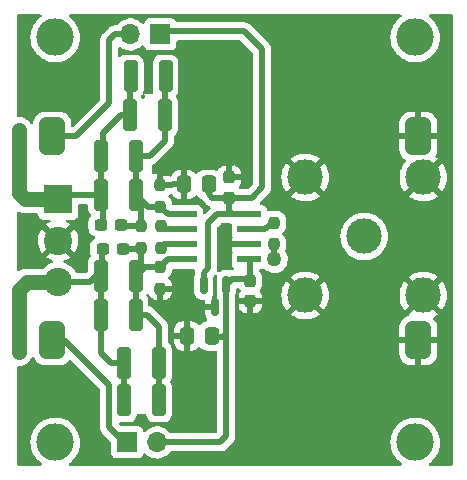
<source format=gbr>
%TF.GenerationSoftware,KiCad,Pcbnew,6.0.4-6f826c9f35~116~ubuntu18.04.1*%
%TF.CreationDate,2022-05-09T12:51:31-04:00*%
%TF.ProjectId,Instrumentation_ampl_with_batteries,496e7374-7275-46d6-956e-746174696f6e,rev?*%
%TF.SameCoordinates,Original*%
%TF.FileFunction,Copper,L1,Top*%
%TF.FilePolarity,Positive*%
%FSLAX46Y46*%
G04 Gerber Fmt 4.6, Leading zero omitted, Abs format (unit mm)*
G04 Created by KiCad (PCBNEW 6.0.4-6f826c9f35~116~ubuntu18.04.1) date 2022-05-09 12:51:31*
%MOMM*%
%LPD*%
G01*
G04 APERTURE LIST*
G04 Aperture macros list*
%AMRoundRect*
0 Rectangle with rounded corners*
0 $1 Rounding radius*
0 $2 $3 $4 $5 $6 $7 $8 $9 X,Y pos of 4 corners*
0 Add a 4 corners polygon primitive as box body*
4,1,4,$2,$3,$4,$5,$6,$7,$8,$9,$2,$3,0*
0 Add four circle primitives for the rounded corners*
1,1,$1+$1,$2,$3*
1,1,$1+$1,$4,$5*
1,1,$1+$1,$6,$7*
1,1,$1+$1,$8,$9*
0 Add four rect primitives between the rounded corners*
20,1,$1+$1,$2,$3,$4,$5,0*
20,1,$1+$1,$4,$5,$6,$7,0*
20,1,$1+$1,$6,$7,$8,$9,0*
20,1,$1+$1,$8,$9,$2,$3,0*%
G04 Aperture macros list end*
%TA.AperFunction,SMDPad,CuDef*%
%ADD10RoundRect,0.250000X-0.325000X-1.100000X0.325000X-1.100000X0.325000X1.100000X-0.325000X1.100000X0*%
%TD*%
%TA.AperFunction,ComponentPad*%
%ADD11R,2.400000X2.400000*%
%TD*%
%TA.AperFunction,ComponentPad*%
%ADD12C,2.400000*%
%TD*%
%TA.AperFunction,ComponentPad*%
%ADD13R,1.700000X1.700000*%
%TD*%
%TA.AperFunction,ComponentPad*%
%ADD14O,1.700000X1.700000*%
%TD*%
%TA.AperFunction,ComponentPad*%
%ADD15C,3.000000*%
%TD*%
%TA.AperFunction,SMDPad,CuDef*%
%ADD16RoundRect,0.237500X-0.300000X-0.237500X0.300000X-0.237500X0.300000X0.237500X-0.300000X0.237500X0*%
%TD*%
%TA.AperFunction,SMDPad,CuDef*%
%ADD17RoundRect,0.250000X0.337500X0.475000X-0.337500X0.475000X-0.337500X-0.475000X0.337500X-0.475000X0*%
%TD*%
%TA.AperFunction,SMDPad,CuDef*%
%ADD18RoundRect,0.237500X-0.237500X0.250000X-0.237500X-0.250000X0.237500X-0.250000X0.237500X0.250000X0*%
%TD*%
%TA.AperFunction,SMDPad,CuDef*%
%ADD19RoundRect,0.237500X0.237500X-0.250000X0.237500X0.250000X-0.237500X0.250000X-0.237500X-0.250000X0*%
%TD*%
%TA.AperFunction,SMDPad,CuDef*%
%ADD20RoundRect,0.237500X0.237500X-0.300000X0.237500X0.300000X-0.237500X0.300000X-0.237500X-0.300000X0*%
%TD*%
%TA.AperFunction,SMDPad,CuDef*%
%ADD21RoundRect,0.150000X-0.150000X0.587500X-0.150000X-0.587500X0.150000X-0.587500X0.150000X0.587500X0*%
%TD*%
%TA.AperFunction,SMDPad,CuDef*%
%ADD22RoundRect,0.237500X-0.237500X0.300000X-0.237500X-0.300000X0.237500X-0.300000X0.237500X0.300000X0*%
%TD*%
%TA.AperFunction,SMDPad,CuDef*%
%ADD23R,2.000000X0.600000*%
%TD*%
%TA.AperFunction,ComponentPad*%
%ADD24RoundRect,0.550000X-0.550000X-1.050000X0.550000X-1.050000X0.550000X1.050000X-0.550000X1.050000X0*%
%TD*%
%TA.AperFunction,ComponentPad*%
%ADD25RoundRect,0.550000X0.550000X1.050000X-0.550000X1.050000X-0.550000X-1.050000X0.550000X-1.050000X0*%
%TD*%
%TA.AperFunction,ViaPad*%
%ADD26C,3.175000*%
%TD*%
%TA.AperFunction,ViaPad*%
%ADD27C,1.270000*%
%TD*%
%TA.AperFunction,Conductor*%
%ADD28C,0.508000*%
%TD*%
%TA.AperFunction,Conductor*%
%ADD29C,1.270000*%
%TD*%
G04 APERTURE END LIST*
D10*
%TO.P,C14,1*%
%TO.N,Net-(J3-Pad3)*%
X73152000Y-124714000D03*
%TO.P,C14,2*%
%TO.N,Net-(R1-Pad1)*%
X76102000Y-124714000D03*
%TD*%
%TO.P,C13,1*%
%TO.N,Net-(C1-Pad1)*%
X73709000Y-97282000D03*
%TO.P,C13,2*%
%TO.N,Net-(C1-Pad2)*%
X76659000Y-97282000D03*
%TD*%
%TO.P,C12,1*%
%TO.N,Net-(J3-Pad3)*%
X71169000Y-114173000D03*
%TO.P,C12,2*%
%TO.N,Net-(R1-Pad1)*%
X74119000Y-114173000D03*
%TD*%
%TO.P,C11,1*%
%TO.N,Net-(J3-Pad3)*%
X71169000Y-117475000D03*
%TO.P,C11,2*%
%TO.N,Net-(R1-Pad1)*%
X74119000Y-117475000D03*
%TD*%
%TO.P,C10,1*%
%TO.N,Net-(J3-Pad3)*%
X73152000Y-121539000D03*
%TO.P,C10,2*%
%TO.N,Net-(R1-Pad1)*%
X76102000Y-121539000D03*
%TD*%
%TO.P,C9,2*%
%TO.N,Net-(C1-Pad2)*%
X76610000Y-100584000D03*
%TO.P,C9,1*%
%TO.N,Net-(C1-Pad1)*%
X73660000Y-100584000D03*
%TD*%
%TO.P,C3,1*%
%TO.N,Net-(C1-Pad1)*%
X71169000Y-107315000D03*
%TO.P,C3,2*%
%TO.N,Net-(C1-Pad2)*%
X74119000Y-107315000D03*
%TD*%
%TO.P,C2,1*%
%TO.N,Net-(C1-Pad1)*%
X71169000Y-104013000D03*
%TO.P,C2,2*%
%TO.N,Net-(C1-Pad2)*%
X74119000Y-104013000D03*
%TD*%
D11*
%TO.P,J3,1,Pin_1*%
%TO.N,Net-(C1-Pad1)*%
X67564000Y-107696000D03*
D12*
%TO.P,J3,2,Pin_2*%
%TO.N,GND*%
X67564000Y-111196000D03*
%TO.P,J3,3,Pin_3*%
%TO.N,Net-(J3-Pad3)*%
X67564000Y-114696000D03*
%TD*%
D13*
%TO.P,J1,1,Pin_1*%
%TO.N,+12V*%
X76200000Y-93726000D03*
D14*
%TO.P,J1,2,Pin_2*%
%TO.N,Net-(BT1-Pad1)*%
X73660000Y-93726000D03*
%TD*%
D15*
%TO.P,J4,1,In*%
%TO.N,Net-(J4-Pad1)*%
X93472000Y-110820000D03*
%TO.P,J4,2,Ext*%
%TO.N,GND*%
X98472000Y-115820000D03*
X98472000Y-105820000D03*
X88472000Y-115820000D03*
X88472000Y-105820000D03*
%TD*%
D16*
%TO.P,C4,1*%
%TO.N,Net-(J3-Pad3)*%
X71323500Y-111887000D03*
%TO.P,C4,2*%
%TO.N,Net-(R1-Pad1)*%
X73048500Y-111887000D03*
%TD*%
D17*
%TO.P,C8,1*%
%TO.N,+12V*%
X80285500Y-106426000D03*
%TO.P,C8,2*%
%TO.N,GND*%
X78210500Y-106426000D03*
%TD*%
D16*
%TO.P,C1,1*%
%TO.N,Net-(C1-Pad1)*%
X71170000Y-109855000D03*
%TO.P,C1,2*%
%TO.N,Net-(C1-Pad2)*%
X72895000Y-109855000D03*
%TD*%
D18*
%TO.P,R5,1*%
%TO.N,Net-(R5-Pad1)*%
X85852000Y-109681000D03*
%TO.P,R5,2*%
%TO.N,Net-(J4-Pad1)*%
X85852000Y-111506000D03*
%TD*%
D19*
%TO.P,R1,1*%
%TO.N,Net-(R1-Pad1)*%
X74572500Y-111783500D03*
%TO.P,R1,2*%
%TO.N,Net-(C1-Pad2)*%
X74572500Y-109958500D03*
%TD*%
D20*
%TO.P,C6,1*%
%TO.N,+12V*%
X82042000Y-107542500D03*
%TO.P,C6,2*%
%TO.N,GND*%
X82042000Y-105817500D03*
%TD*%
D21*
%TO.P,D1,1,K*%
%TO.N,-12V*%
X81788000Y-114935000D03*
%TO.P,D1,2,A*%
%TO.N,+12V*%
X79888000Y-114935000D03*
%TO.P,D1,3,K*%
%TO.N,GND*%
X80838000Y-116810000D03*
%TD*%
D13*
%TO.P,J2,1,Pin_1*%
%TO.N,Net-(BT2-Pad2)*%
X73401000Y-128270000D03*
D14*
%TO.P,J2,2,Pin_2*%
%TO.N,-12V*%
X75941000Y-128270000D03*
%TD*%
D19*
%TO.P,R4,1*%
%TO.N,Net-(R4-Pad1)*%
X76234500Y-111807000D03*
%TO.P,R4,2*%
%TO.N,Net-(R4-Pad2)*%
X76234500Y-109982000D03*
%TD*%
D22*
%TO.P,C5,1*%
%TO.N,-12V*%
X83820000Y-114580500D03*
%TO.P,C5,2*%
%TO.N,GND*%
X83820000Y-116305500D03*
%TD*%
D18*
%TO.P,R3,1*%
%TO.N,Net-(R1-Pad1)*%
X76200000Y-113411000D03*
%TO.P,R3,2*%
%TO.N,GND*%
X76200000Y-115236000D03*
%TD*%
D17*
%TO.P,C7,1*%
%TO.N,-12V*%
X80539500Y-119253000D03*
%TO.P,C7,2*%
%TO.N,GND*%
X78464500Y-119253000D03*
%TD*%
D23*
%TO.P,U1,1,-*%
%TO.N,Net-(C1-Pad2)*%
X78301000Y-108966000D03*
%TO.P,U1,2,Rg*%
%TO.N,Net-(R4-Pad2)*%
X78301000Y-110236000D03*
%TO.P,U1,3,Rg*%
%TO.N,Net-(R4-Pad1)*%
X78301000Y-111506000D03*
%TO.P,U1,4,+*%
%TO.N,Net-(R1-Pad1)*%
X78301000Y-112776000D03*
%TO.P,U1,5,Vs-*%
%TO.N,-12V*%
X83751000Y-112776000D03*
%TO.P,U1,6,Ref*%
%TO.N,GND*%
X83751000Y-111506000D03*
%TO.P,U1,7*%
%TO.N,Net-(R5-Pad1)*%
X83751000Y-110236000D03*
%TO.P,U1,8,Vs+*%
%TO.N,+12V*%
X83751000Y-108966000D03*
%TD*%
D18*
%TO.P,R2,1*%
%TO.N,GND*%
X76200000Y-106506000D03*
%TO.P,R2,2*%
%TO.N,Net-(C1-Pad2)*%
X76200000Y-108331000D03*
%TD*%
D24*
%TO.P,BT1,1,+*%
%TO.N,Net-(BT1-Pad1)*%
X67044000Y-102362000D03*
%TO.P,BT1,2,-*%
%TO.N,GND*%
X98044000Y-102362000D03*
%TD*%
D25*
%TO.P,BT2,2,-*%
%TO.N,Net-(BT2-Pad2)*%
X67044000Y-119634000D03*
%TO.P,BT2,1,+*%
%TO.N,GND*%
X98044000Y-119634000D03*
%TD*%
D26*
%TO.N,*%
X97790000Y-128270000D03*
X67310000Y-128270000D03*
X67310000Y-93980000D03*
X97790000Y-93980000D03*
D27*
%TO.N,GND*%
X76708000Y-105156000D03*
X65024000Y-111252000D03*
X82042000Y-104394000D03*
X81788000Y-111506000D03*
X77724000Y-116713000D03*
%TO.N,Net-(J4-Pad1)*%
X85852000Y-112776000D03*
%TD*%
D28*
%TO.N,+12V*%
X84836000Y-106680000D02*
X84836000Y-94996000D01*
X82042000Y-107542500D02*
X83973500Y-107542500D01*
X83973500Y-107542500D02*
X84836000Y-106680000D01*
X76454000Y-93472000D02*
X76200000Y-93726000D01*
X84836000Y-94996000D02*
X83312000Y-93472000D01*
%TO.N,Net-(BT1-Pad1)*%
X71882000Y-94234000D02*
X71882000Y-99568000D01*
X72390000Y-93726000D02*
X71882000Y-94234000D01*
%TO.N,+12V*%
X83312000Y-93472000D02*
X76454000Y-93472000D01*
%TO.N,Net-(BT1-Pad1)*%
X73660000Y-93726000D02*
X72390000Y-93726000D01*
X71882000Y-99568000D02*
X69088000Y-102362000D01*
X69088000Y-102362000D02*
X67044000Y-102362000D01*
%TO.N,-12V*%
X81280000Y-128270000D02*
X75941000Y-128270000D01*
%TO.N,Net-(C1-Pad1)*%
X71169000Y-104013000D02*
X71374000Y-103808000D01*
X71374000Y-103808000D02*
X71374000Y-102108000D01*
X71374000Y-102108000D02*
X72898000Y-100584000D01*
X72898000Y-100584000D02*
X73660000Y-100584000D01*
%TO.N,Net-(C1-Pad2)*%
X74119000Y-104013000D02*
X75311000Y-104013000D01*
X75311000Y-104013000D02*
X76610000Y-102714000D01*
X76610000Y-102714000D02*
X76610000Y-100584000D01*
%TO.N,Net-(BT2-Pad2)*%
X73401000Y-128270000D02*
X73152000Y-128270000D01*
X73152000Y-128270000D02*
X71882000Y-127000000D01*
X71882000Y-127000000D02*
X71882000Y-123444000D01*
X71882000Y-123444000D02*
X68072000Y-119634000D01*
X68072000Y-119634000D02*
X67044000Y-119634000D01*
%TO.N,Net-(J3-Pad3)*%
X71169000Y-117475000D02*
X71169000Y-120699000D01*
X71169000Y-120699000D02*
X72009000Y-121539000D01*
X72009000Y-121539000D02*
X73152000Y-121539000D01*
%TO.N,Net-(R1-Pad1)*%
X74119000Y-117475000D02*
X75057000Y-117475000D01*
X75057000Y-117475000D02*
X76102000Y-118520000D01*
X76102000Y-118520000D02*
X76102000Y-121539000D01*
%TO.N,Net-(C1-Pad2)*%
X74119000Y-104013000D02*
X74246000Y-103886000D01*
%TO.N,Net-(R1-Pad1)*%
X76102000Y-121539000D02*
X76102000Y-124714000D01*
%TO.N,Net-(J3-Pad3)*%
X73152000Y-121539000D02*
X73152000Y-124714000D01*
%TO.N,Net-(C1-Pad2)*%
X76610000Y-100584000D02*
X76610000Y-97331000D01*
X76610000Y-97331000D02*
X76659000Y-97282000D01*
%TO.N,Net-(C1-Pad1)*%
X73660000Y-100584000D02*
X73660000Y-97331000D01*
X73660000Y-97331000D02*
X73709000Y-97282000D01*
X71169000Y-107315000D02*
X67945000Y-107315000D01*
X67945000Y-107315000D02*
X67564000Y-107696000D01*
%TO.N,Net-(J3-Pad3)*%
X71169000Y-114173000D02*
X70739000Y-114173000D01*
X70739000Y-114173000D02*
X70216000Y-114696000D01*
X70216000Y-114696000D02*
X67564000Y-114696000D01*
D29*
X67564000Y-114696000D02*
X64882000Y-114696000D01*
X64882000Y-114696000D02*
X64210020Y-115367980D01*
X64210020Y-115367980D02*
X64210020Y-120650000D01*
%TO.N,Net-(C1-Pad1)*%
X67564000Y-107696000D02*
X64770000Y-107696000D01*
X64770000Y-107696000D02*
X64210020Y-107136020D01*
X64210020Y-107136020D02*
X64210020Y-101854000D01*
D28*
%TO.N,-12V*%
X81788000Y-127762000D02*
X81280000Y-128270000D01*
X81788000Y-119126000D02*
X81788000Y-127762000D01*
%TO.N,Net-(R5-Pad1)*%
X85852000Y-109681000D02*
X85645000Y-109681000D01*
X85645000Y-109681000D02*
X85090000Y-110236000D01*
X85090000Y-110236000D02*
X83751000Y-110236000D01*
%TO.N,+12V*%
X79888000Y-114935000D02*
X79888000Y-113914000D01*
X81026000Y-108966000D02*
X82296000Y-108966000D01*
X79888000Y-113914000D02*
X80264000Y-113538000D01*
X80264000Y-109728000D02*
X81026000Y-108966000D01*
X80264000Y-113538000D02*
X80264000Y-109728000D01*
X82296000Y-108966000D02*
X83751000Y-108966000D01*
X82042000Y-107542500D02*
X80618500Y-107542500D01*
X80618500Y-107542500D02*
X80285500Y-107209500D01*
X80285500Y-107209500D02*
X80285500Y-106426000D01*
X82042000Y-108712000D02*
X82296000Y-108966000D01*
X82042000Y-107542500D02*
X82042000Y-108712000D01*
%TO.N,-12V*%
X81788000Y-114935000D02*
X81788000Y-119126000D01*
X81788000Y-119126000D02*
X81534000Y-119380000D01*
X81534000Y-119380000D02*
X80666500Y-119380000D01*
X80666500Y-119380000D02*
X80539500Y-119253000D01*
%TO.N,Net-(J4-Pad1)*%
X85852000Y-111506000D02*
X85852000Y-112776000D01*
%TO.N,Net-(R1-Pad1)*%
X74119000Y-114173000D02*
X74119000Y-117475000D01*
%TO.N,Net-(J3-Pad3)*%
X71169000Y-114173000D02*
X71169000Y-117475000D01*
%TO.N,Net-(C1-Pad1)*%
X71169000Y-107315000D02*
X71169000Y-104013000D01*
%TO.N,Net-(C1-Pad2)*%
X74119000Y-107315000D02*
X74119000Y-104013000D01*
X74572500Y-109958500D02*
X74572500Y-107768500D01*
X74572500Y-107768500D02*
X74119000Y-107315000D01*
X76200000Y-108331000D02*
X75135000Y-108331000D01*
X75135000Y-108331000D02*
X74119000Y-107315000D01*
X78301000Y-108966000D02*
X76835000Y-108966000D01*
X76835000Y-108966000D02*
X76200000Y-108331000D01*
%TO.N,Net-(R1-Pad1)*%
X76835000Y-112776000D02*
X76200000Y-113411000D01*
X74572500Y-111783500D02*
X74572500Y-113719500D01*
X74572500Y-113719500D02*
X74119000Y-114173000D01*
X76200000Y-113411000D02*
X74881000Y-113411000D01*
X74881000Y-113411000D02*
X74119000Y-114173000D01*
%TO.N,-12V*%
X81788000Y-114935000D02*
X82296000Y-114427000D01*
X83820000Y-112845000D02*
X83751000Y-112776000D01*
X83820000Y-114580500D02*
X83820000Y-112845000D01*
X82296000Y-114427000D02*
X83666500Y-114427000D01*
X83666500Y-114427000D02*
X83820000Y-114580500D01*
%TO.N,Net-(C1-Pad1)*%
X71323500Y-107823000D02*
X71323500Y-109701500D01*
X71323500Y-109701500D02*
X71170000Y-109855000D01*
%TO.N,Net-(C1-Pad2)*%
X74572500Y-109958500D02*
X72998500Y-109958500D01*
X72998500Y-109958500D02*
X72895000Y-109855000D01*
%TO.N,Net-(J3-Pad3)*%
X71273500Y-113665000D02*
X71273500Y-111937000D01*
X71273500Y-111937000D02*
X71323500Y-111887000D01*
%TO.N,Net-(R1-Pad1)*%
X74676000Y-111887000D02*
X74572500Y-111783500D01*
X78301000Y-112776000D02*
X76835000Y-112776000D01*
X74168000Y-111887000D02*
X73048500Y-111887000D01*
X74572500Y-111783500D02*
X74271500Y-111783500D01*
X74271500Y-111783500D02*
X74168000Y-111887000D01*
%TO.N,Net-(R4-Pad1)*%
X78301000Y-111506000D02*
X76535500Y-111506000D01*
X76535500Y-111506000D02*
X76234500Y-111807000D01*
%TO.N,Net-(R4-Pad2)*%
X78301000Y-110236000D02*
X76488500Y-110236000D01*
X76488500Y-110236000D02*
X76234500Y-109982000D01*
%TD*%
%TA.AperFunction,Conductor*%
%TO.N,GND*%
G36*
X66110423Y-92043502D02*
G01*
X66156916Y-92097158D01*
X66167020Y-92167432D01*
X66137526Y-92232012D01*
X66114356Y-92252834D01*
X66110989Y-92254849D01*
X65887953Y-92433535D01*
X65885009Y-92436637D01*
X65885005Y-92436641D01*
X65709002Y-92622109D01*
X65691230Y-92640837D01*
X65524462Y-92872920D01*
X65390734Y-93125488D01*
X65292521Y-93393868D01*
X65231640Y-93673094D01*
X65209217Y-93958000D01*
X65225668Y-94243312D01*
X65226493Y-94247517D01*
X65226494Y-94247525D01*
X65237648Y-94304377D01*
X65280688Y-94523752D01*
X65282075Y-94527802D01*
X65282076Y-94527807D01*
X65371871Y-94790075D01*
X65373260Y-94794131D01*
X65398966Y-94845242D01*
X65499141Y-95044417D01*
X65501669Y-95049444D01*
X65663540Y-95284968D01*
X65666421Y-95288134D01*
X65848405Y-95488132D01*
X65855878Y-95496345D01*
X65859166Y-95499094D01*
X66071831Y-95676910D01*
X66071836Y-95676914D01*
X66075123Y-95679662D01*
X66196171Y-95755596D01*
X66313579Y-95829246D01*
X66313583Y-95829248D01*
X66317219Y-95831529D01*
X66577686Y-95949134D01*
X66581805Y-95950354D01*
X66847590Y-96029084D01*
X66847595Y-96029085D01*
X66851703Y-96030302D01*
X66855937Y-96030950D01*
X66855942Y-96030951D01*
X67129959Y-96072881D01*
X67129961Y-96072881D01*
X67134201Y-96073530D01*
X67279688Y-96075816D01*
X67415662Y-96077952D01*
X67415668Y-96077952D01*
X67419953Y-96078019D01*
X67703669Y-96043685D01*
X67980101Y-95971165D01*
X67984061Y-95969525D01*
X67984066Y-95969523D01*
X68236400Y-95865002D01*
X68244133Y-95861799D01*
X68261204Y-95851824D01*
X68487182Y-95719773D01*
X68487183Y-95719773D01*
X68490880Y-95717612D01*
X68560958Y-95662664D01*
X68712403Y-95543915D01*
X68715775Y-95541271D01*
X68914658Y-95336041D01*
X69083847Y-95105717D01*
X69220212Y-94854563D01*
X69304844Y-94630592D01*
X69319713Y-94591244D01*
X69319714Y-94591240D01*
X69321231Y-94587226D01*
X69352920Y-94448861D01*
X69384074Y-94312837D01*
X69384075Y-94312833D01*
X69385032Y-94308653D01*
X69386485Y-94292379D01*
X69410217Y-94026463D01*
X69410437Y-94023998D01*
X69410898Y-93980000D01*
X69405515Y-93901033D01*
X69391752Y-93699152D01*
X69391751Y-93699146D01*
X69391460Y-93694875D01*
X69386083Y-93668908D01*
X69334375Y-93419224D01*
X69333506Y-93415027D01*
X69238109Y-93145633D01*
X69152051Y-92978899D01*
X69108998Y-92895485D01*
X69108998Y-92895484D01*
X69107033Y-92891678D01*
X69101376Y-92883628D01*
X68945171Y-92661372D01*
X68945170Y-92661371D01*
X68942704Y-92657862D01*
X68748164Y-92448511D01*
X68719910Y-92425385D01*
X68530329Y-92270216D01*
X68527011Y-92267500D01*
X68523351Y-92265257D01*
X68509768Y-92256933D01*
X68462136Y-92204286D01*
X68450529Y-92134244D01*
X68478632Y-92069047D01*
X68537522Y-92029392D01*
X68575602Y-92023500D01*
X96522302Y-92023500D01*
X96590423Y-92043502D01*
X96636916Y-92097158D01*
X96647020Y-92167432D01*
X96617526Y-92232012D01*
X96594356Y-92252834D01*
X96590989Y-92254849D01*
X96367953Y-92433535D01*
X96365009Y-92436637D01*
X96365005Y-92436641D01*
X96189002Y-92622109D01*
X96171230Y-92640837D01*
X96004462Y-92872920D01*
X95870734Y-93125488D01*
X95772521Y-93393868D01*
X95711640Y-93673094D01*
X95689217Y-93958000D01*
X95705668Y-94243312D01*
X95706493Y-94247517D01*
X95706494Y-94247525D01*
X95717648Y-94304377D01*
X95760688Y-94523752D01*
X95762075Y-94527802D01*
X95762076Y-94527807D01*
X95851871Y-94790075D01*
X95853260Y-94794131D01*
X95878966Y-94845242D01*
X95979141Y-95044417D01*
X95981669Y-95049444D01*
X96143540Y-95284968D01*
X96146421Y-95288134D01*
X96328405Y-95488132D01*
X96335878Y-95496345D01*
X96339166Y-95499094D01*
X96551831Y-95676910D01*
X96551836Y-95676914D01*
X96555123Y-95679662D01*
X96676171Y-95755596D01*
X96793579Y-95829246D01*
X96793583Y-95829248D01*
X96797219Y-95831529D01*
X97057686Y-95949134D01*
X97061805Y-95950354D01*
X97327590Y-96029084D01*
X97327595Y-96029085D01*
X97331703Y-96030302D01*
X97335937Y-96030950D01*
X97335942Y-96030951D01*
X97609959Y-96072881D01*
X97609961Y-96072881D01*
X97614201Y-96073530D01*
X97759688Y-96075816D01*
X97895662Y-96077952D01*
X97895668Y-96077952D01*
X97899953Y-96078019D01*
X98183669Y-96043685D01*
X98460101Y-95971165D01*
X98464061Y-95969525D01*
X98464066Y-95969523D01*
X98716400Y-95865002D01*
X98724133Y-95861799D01*
X98741204Y-95851824D01*
X98967182Y-95719773D01*
X98967183Y-95719773D01*
X98970880Y-95717612D01*
X99040958Y-95662664D01*
X99192403Y-95543915D01*
X99195775Y-95541271D01*
X99394658Y-95336041D01*
X99563847Y-95105717D01*
X99700212Y-94854563D01*
X99784844Y-94630592D01*
X99799713Y-94591244D01*
X99799714Y-94591240D01*
X99801231Y-94587226D01*
X99832920Y-94448861D01*
X99864074Y-94312837D01*
X99864075Y-94312833D01*
X99865032Y-94308653D01*
X99866485Y-94292379D01*
X99890217Y-94026463D01*
X99890437Y-94023998D01*
X99890898Y-93980000D01*
X99885515Y-93901033D01*
X99871752Y-93699152D01*
X99871751Y-93699146D01*
X99871460Y-93694875D01*
X99866083Y-93668908D01*
X99814375Y-93419224D01*
X99813506Y-93415027D01*
X99718109Y-93145633D01*
X99632051Y-92978899D01*
X99588998Y-92895485D01*
X99588998Y-92895484D01*
X99587033Y-92891678D01*
X99581376Y-92883628D01*
X99425171Y-92661372D01*
X99425170Y-92661371D01*
X99422704Y-92657862D01*
X99228164Y-92448511D01*
X99199910Y-92425385D01*
X99010329Y-92270216D01*
X99007011Y-92267500D01*
X99003351Y-92265257D01*
X98989768Y-92256933D01*
X98942136Y-92204286D01*
X98930529Y-92134244D01*
X98958632Y-92069047D01*
X99017522Y-92029392D01*
X99055602Y-92023500D01*
X100890500Y-92023500D01*
X100958621Y-92043502D01*
X101005114Y-92097158D01*
X101016500Y-92149500D01*
X101016500Y-130100500D01*
X100996498Y-130168621D01*
X100942842Y-130215114D01*
X100890500Y-130226500D01*
X99056618Y-130226500D01*
X98988497Y-130206498D01*
X98942004Y-130152842D01*
X98931900Y-130082568D01*
X98961394Y-130017988D01*
X98978871Y-130001346D01*
X99016373Y-129971941D01*
X99195775Y-129831271D01*
X99394658Y-129626041D01*
X99563847Y-129395717D01*
X99695366Y-129153489D01*
X99698162Y-129148339D01*
X99698163Y-129148337D01*
X99700212Y-129144563D01*
X99758381Y-128990625D01*
X99799713Y-128881244D01*
X99799714Y-128881240D01*
X99801231Y-128877226D01*
X99865032Y-128598653D01*
X99890437Y-128313998D01*
X99890898Y-128270000D01*
X99890729Y-128267520D01*
X99871752Y-127989152D01*
X99871751Y-127989146D01*
X99871460Y-127984875D01*
X99866083Y-127958908D01*
X99823326Y-127752444D01*
X99813506Y-127705027D01*
X99723062Y-127449621D01*
X99719540Y-127439674D01*
X99718109Y-127435633D01*
X99587033Y-127181678D01*
X99581142Y-127173295D01*
X99425171Y-126951372D01*
X99425170Y-126951371D01*
X99422704Y-126947862D01*
X99228164Y-126738511D01*
X99212003Y-126725283D01*
X99056043Y-126597632D01*
X99007011Y-126557500D01*
X98763338Y-126408177D01*
X98740351Y-126398086D01*
X98505590Y-126295033D01*
X98501654Y-126293305D01*
X98226801Y-126215012D01*
X97943866Y-126174744D01*
X97793949Y-126173959D01*
X97662371Y-126173270D01*
X97662365Y-126173270D01*
X97658084Y-126173248D01*
X97653840Y-126173807D01*
X97653836Y-126173807D01*
X97529652Y-126190156D01*
X97374742Y-126210550D01*
X97370602Y-126211683D01*
X97370600Y-126211683D01*
X97354140Y-126216186D01*
X97099085Y-126285962D01*
X96836212Y-126398086D01*
X96832531Y-126400289D01*
X96594671Y-126542645D01*
X96594667Y-126542648D01*
X96590989Y-126544849D01*
X96587646Y-126547527D01*
X96587642Y-126547530D01*
X96556884Y-126572172D01*
X96367953Y-126723535D01*
X96365009Y-126726637D01*
X96365005Y-126726641D01*
X96183979Y-126917402D01*
X96171230Y-126930837D01*
X96004462Y-127162920D01*
X95870734Y-127415488D01*
X95772521Y-127683868D01*
X95711640Y-127963094D01*
X95689217Y-128248000D01*
X95705668Y-128533312D01*
X95706493Y-128537517D01*
X95706494Y-128537525D01*
X95717648Y-128594377D01*
X95760688Y-128813752D01*
X95762075Y-128817802D01*
X95762076Y-128817807D01*
X95836073Y-129033933D01*
X95853260Y-129084131D01*
X95895509Y-129168134D01*
X95936373Y-129249382D01*
X95981669Y-129339444D01*
X96051395Y-129440896D01*
X96136847Y-129565229D01*
X96143540Y-129574968D01*
X96335878Y-129786345D01*
X96339166Y-129789094D01*
X96551831Y-129966910D01*
X96551836Y-129966914D01*
X96555123Y-129969662D01*
X96593545Y-129993764D01*
X96640621Y-130046906D01*
X96651493Y-130117066D01*
X96622709Y-130181965D01*
X96563406Y-130221000D01*
X96526587Y-130226500D01*
X68576618Y-130226500D01*
X68508497Y-130206498D01*
X68462004Y-130152842D01*
X68451900Y-130082568D01*
X68481394Y-130017988D01*
X68498871Y-130001346D01*
X68536373Y-129971941D01*
X68715775Y-129831271D01*
X68914658Y-129626041D01*
X69083847Y-129395717D01*
X69215366Y-129153489D01*
X69218162Y-129148339D01*
X69218163Y-129148337D01*
X69220212Y-129144563D01*
X69278381Y-128990625D01*
X69319713Y-128881244D01*
X69319714Y-128881240D01*
X69321231Y-128877226D01*
X69385032Y-128598653D01*
X69410437Y-128313998D01*
X69410898Y-128270000D01*
X69410729Y-128267520D01*
X69391752Y-127989152D01*
X69391751Y-127989146D01*
X69391460Y-127984875D01*
X69386083Y-127958908D01*
X69343326Y-127752444D01*
X69333506Y-127705027D01*
X69243062Y-127449621D01*
X69239540Y-127439674D01*
X69238109Y-127435633D01*
X69107033Y-127181678D01*
X69101142Y-127173295D01*
X68945171Y-126951372D01*
X68945170Y-126951371D01*
X68942704Y-126947862D01*
X68748164Y-126738511D01*
X68732003Y-126725283D01*
X68576043Y-126597632D01*
X68527011Y-126557500D01*
X68283338Y-126408177D01*
X68260351Y-126398086D01*
X68025590Y-126295033D01*
X68021654Y-126293305D01*
X67746801Y-126215012D01*
X67463866Y-126174744D01*
X67313949Y-126173959D01*
X67182371Y-126173270D01*
X67182365Y-126173270D01*
X67178084Y-126173248D01*
X67173840Y-126173807D01*
X67173836Y-126173807D01*
X67049652Y-126190156D01*
X66894742Y-126210550D01*
X66890602Y-126211683D01*
X66890600Y-126211683D01*
X66874140Y-126216186D01*
X66619085Y-126285962D01*
X66356212Y-126398086D01*
X66352531Y-126400289D01*
X66114671Y-126542645D01*
X66114667Y-126542648D01*
X66110989Y-126544849D01*
X66107646Y-126547527D01*
X66107642Y-126547530D01*
X66076884Y-126572172D01*
X65887953Y-126723535D01*
X65885009Y-126726637D01*
X65885005Y-126726641D01*
X65703979Y-126917402D01*
X65691230Y-126930837D01*
X65524462Y-127162920D01*
X65390734Y-127415488D01*
X65292521Y-127683868D01*
X65231640Y-127963094D01*
X65209217Y-128248000D01*
X65225668Y-128533312D01*
X65226493Y-128537517D01*
X65226494Y-128537525D01*
X65237648Y-128594377D01*
X65280688Y-128813752D01*
X65282075Y-128817802D01*
X65282076Y-128817807D01*
X65356073Y-129033933D01*
X65373260Y-129084131D01*
X65415509Y-129168134D01*
X65456373Y-129249382D01*
X65501669Y-129339444D01*
X65571395Y-129440896D01*
X65656847Y-129565229D01*
X65663540Y-129574968D01*
X65855878Y-129786345D01*
X65859166Y-129789094D01*
X66071831Y-129966910D01*
X66071836Y-129966914D01*
X66075123Y-129969662D01*
X66113545Y-129993764D01*
X66160621Y-130046906D01*
X66171493Y-130117066D01*
X66142709Y-130181965D01*
X66083406Y-130221000D01*
X66046587Y-130226500D01*
X64209500Y-130226500D01*
X64141379Y-130206498D01*
X64094886Y-130152842D01*
X64083500Y-130100500D01*
X64083500Y-121919683D01*
X64103502Y-121851562D01*
X64157158Y-121805069D01*
X64211149Y-121793694D01*
X64300122Y-121794859D01*
X64305819Y-121793880D01*
X64305820Y-121793880D01*
X64501551Y-121760247D01*
X64501552Y-121760247D01*
X64507248Y-121759268D01*
X64704419Y-121686528D01*
X64810697Y-121623299D01*
X64880067Y-121582028D01*
X64880068Y-121582027D01*
X64885032Y-121579074D01*
X65043039Y-121440506D01*
X65173148Y-121275463D01*
X65186077Y-121250890D01*
X65268310Y-121094590D01*
X65268311Y-121094588D01*
X65271002Y-121089473D01*
X65272716Y-121083954D01*
X65274926Y-121078618D01*
X65276005Y-121079065D01*
X65311985Y-121024940D01*
X65377015Y-120996451D01*
X65447124Y-121007642D01*
X65500053Y-121054960D01*
X65509331Y-121072997D01*
X65556626Y-121186615D01*
X65672104Y-121359113D01*
X65818887Y-121505896D01*
X65991385Y-121621374D01*
X66183027Y-121701147D01*
X66189071Y-121702366D01*
X66189072Y-121702366D01*
X66381926Y-121741252D01*
X66386514Y-121742177D01*
X66391178Y-121742413D01*
X66391184Y-121742414D01*
X66391302Y-121742420D01*
X66391319Y-121742420D01*
X66392890Y-121742500D01*
X67695110Y-121742500D01*
X67696681Y-121742420D01*
X67696698Y-121742420D01*
X67696816Y-121742414D01*
X67696822Y-121742413D01*
X67701486Y-121742177D01*
X67706074Y-121741252D01*
X67898928Y-121702366D01*
X67898929Y-121702366D01*
X67904973Y-121701147D01*
X68096615Y-121621374D01*
X68269113Y-121505896D01*
X68415896Y-121359113D01*
X68419321Y-121353997D01*
X68419325Y-121353992D01*
X68452019Y-121305155D01*
X68506536Y-121259676D01*
X68576987Y-121250890D01*
X68645817Y-121286155D01*
X71082595Y-123722933D01*
X71116621Y-123785245D01*
X71119500Y-123812028D01*
X71119500Y-126932624D01*
X71118067Y-126951574D01*
X71115876Y-126965973D01*
X71115876Y-126965979D01*
X71114776Y-126973208D01*
X71115369Y-126980500D01*
X71115369Y-126980503D01*
X71119085Y-127026183D01*
X71119500Y-127036398D01*
X71119500Y-127044525D01*
X71122811Y-127072924D01*
X71123238Y-127077244D01*
X71129191Y-127150426D01*
X71131447Y-127157388D01*
X71132643Y-127163376D01*
X71134051Y-127169333D01*
X71134899Y-127176607D01*
X71137397Y-127183489D01*
X71137398Y-127183493D01*
X71159945Y-127245607D01*
X71161355Y-127249711D01*
X71183987Y-127319575D01*
X71187787Y-127325838D01*
X71190325Y-127331380D01*
X71193067Y-127336856D01*
X71195566Y-127343741D01*
X71199581Y-127349865D01*
X71235815Y-127405132D01*
X71238130Y-127408800D01*
X71276227Y-127471581D01*
X71279941Y-127475786D01*
X71279943Y-127475789D01*
X71283667Y-127480005D01*
X71283638Y-127480031D01*
X71286238Y-127482962D01*
X71289042Y-127486316D01*
X71293054Y-127492435D01*
X71298366Y-127497467D01*
X71349586Y-127545988D01*
X71352028Y-127548366D01*
X72005595Y-128201933D01*
X72039621Y-128264245D01*
X72042500Y-128291028D01*
X72042500Y-129168134D01*
X72049255Y-129230316D01*
X72100385Y-129366705D01*
X72187739Y-129483261D01*
X72304295Y-129570615D01*
X72440684Y-129621745D01*
X72502866Y-129628500D01*
X74299134Y-129628500D01*
X74361316Y-129621745D01*
X74497705Y-129570615D01*
X74614261Y-129483261D01*
X74701615Y-129366705D01*
X74706346Y-129354086D01*
X74745598Y-129249382D01*
X74788240Y-129192618D01*
X74854802Y-129167918D01*
X74924150Y-129183126D01*
X74958817Y-129211114D01*
X74987250Y-129243938D01*
X75159126Y-129386632D01*
X75352000Y-129499338D01*
X75560692Y-129579030D01*
X75565760Y-129580061D01*
X75565763Y-129580062D01*
X75673017Y-129601883D01*
X75779597Y-129623567D01*
X75784772Y-129623757D01*
X75784774Y-129623757D01*
X75997673Y-129631564D01*
X75997677Y-129631564D01*
X76002837Y-129631753D01*
X76007957Y-129631097D01*
X76007959Y-129631097D01*
X76219288Y-129604025D01*
X76219289Y-129604025D01*
X76224416Y-129603368D01*
X76229366Y-129601883D01*
X76433429Y-129540661D01*
X76433434Y-129540659D01*
X76438384Y-129539174D01*
X76638994Y-129440896D01*
X76820860Y-129311173D01*
X76979096Y-129153489D01*
X77028329Y-129084974D01*
X77084324Y-129041326D01*
X77130652Y-129032500D01*
X81212624Y-129032500D01*
X81231574Y-129033933D01*
X81245973Y-129036124D01*
X81245979Y-129036124D01*
X81253208Y-129037224D01*
X81260500Y-129036631D01*
X81260503Y-129036631D01*
X81306183Y-129032915D01*
X81316398Y-129032500D01*
X81324525Y-129032500D01*
X81328161Y-129032076D01*
X81328163Y-129032076D01*
X81331615Y-129031673D01*
X81352924Y-129029189D01*
X81357244Y-129028762D01*
X81430426Y-129022809D01*
X81437388Y-129020553D01*
X81443376Y-129019357D01*
X81449333Y-129017949D01*
X81456607Y-129017101D01*
X81463489Y-129014603D01*
X81463493Y-129014602D01*
X81525607Y-128992055D01*
X81529711Y-128990645D01*
X81599575Y-128968013D01*
X81605838Y-128964213D01*
X81611380Y-128961675D01*
X81616856Y-128958933D01*
X81623741Y-128956434D01*
X81629865Y-128952419D01*
X81685132Y-128916185D01*
X81688800Y-128913870D01*
X81751581Y-128875773D01*
X81755786Y-128872059D01*
X81755789Y-128872057D01*
X81760005Y-128868333D01*
X81760031Y-128868362D01*
X81762962Y-128865762D01*
X81766316Y-128862958D01*
X81772435Y-128858946D01*
X81825989Y-128802413D01*
X81828366Y-128799972D01*
X82279528Y-128348810D01*
X82293941Y-128336423D01*
X82305665Y-128327795D01*
X82311564Y-128323454D01*
X82345979Y-128282945D01*
X82352909Y-128275429D01*
X82358653Y-128269685D01*
X82360924Y-128266815D01*
X82360929Y-128266809D01*
X82376397Y-128247259D01*
X82379185Y-128243859D01*
X82421943Y-128193530D01*
X82421945Y-128193528D01*
X82426684Y-128187949D01*
X82430014Y-128181428D01*
X82433405Y-128176343D01*
X82436616Y-128171144D01*
X82441160Y-128165401D01*
X82472235Y-128098911D01*
X82474167Y-128094959D01*
X82504213Y-128036117D01*
X82507543Y-128029596D01*
X82509284Y-128022483D01*
X82511412Y-128016760D01*
X82513344Y-128010951D01*
X82516443Y-128004321D01*
X82531390Y-127932462D01*
X82532360Y-127928177D01*
X82548469Y-127862343D01*
X82549804Y-127856888D01*
X82550500Y-127845670D01*
X82550538Y-127845672D01*
X82550773Y-127841757D01*
X82551161Y-127837406D01*
X82552651Y-127830244D01*
X82550546Y-127752444D01*
X82550500Y-127749036D01*
X82550500Y-120783460D01*
X96436000Y-120783460D01*
X96436081Y-120786648D01*
X96436086Y-120786766D01*
X96437248Y-120796021D01*
X96476116Y-120988787D01*
X96479702Y-121000514D01*
X96554701Y-121180687D01*
X96560499Y-121191501D01*
X96669061Y-121353669D01*
X96676854Y-121363156D01*
X96814844Y-121501146D01*
X96824331Y-121508939D01*
X96986499Y-121617501D01*
X96997313Y-121623299D01*
X97177486Y-121698298D01*
X97189213Y-121701884D01*
X97381979Y-121740752D01*
X97391234Y-121741914D01*
X97391352Y-121741919D01*
X97394540Y-121742000D01*
X97771885Y-121742000D01*
X97787124Y-121737525D01*
X97788329Y-121736135D01*
X97790000Y-121728452D01*
X97790000Y-121723885D01*
X98298000Y-121723885D01*
X98302475Y-121739124D01*
X98303865Y-121740329D01*
X98311548Y-121742000D01*
X98693460Y-121742000D01*
X98696648Y-121741919D01*
X98696766Y-121741914D01*
X98706021Y-121740752D01*
X98898787Y-121701884D01*
X98910514Y-121698298D01*
X99090687Y-121623299D01*
X99101501Y-121617501D01*
X99263669Y-121508939D01*
X99273156Y-121501146D01*
X99411146Y-121363156D01*
X99418939Y-121353669D01*
X99527501Y-121191501D01*
X99533299Y-121180687D01*
X99608298Y-121000514D01*
X99611884Y-120988787D01*
X99650752Y-120796021D01*
X99651914Y-120786766D01*
X99651919Y-120786648D01*
X99652000Y-120783460D01*
X99652000Y-119906115D01*
X99647525Y-119890876D01*
X99646135Y-119889671D01*
X99638452Y-119888000D01*
X98316115Y-119888000D01*
X98300876Y-119892475D01*
X98299671Y-119893865D01*
X98298000Y-119901548D01*
X98298000Y-121723885D01*
X97790000Y-121723885D01*
X97790000Y-119906115D01*
X97785525Y-119890876D01*
X97784135Y-119889671D01*
X97776452Y-119888000D01*
X96454115Y-119888000D01*
X96438876Y-119892475D01*
X96437671Y-119893865D01*
X96436000Y-119901548D01*
X96436000Y-120783460D01*
X82550500Y-120783460D01*
X82550500Y-119361885D01*
X96436000Y-119361885D01*
X96440475Y-119377124D01*
X96441865Y-119378329D01*
X96449548Y-119380000D01*
X99633885Y-119380000D01*
X99649124Y-119375525D01*
X99650329Y-119374135D01*
X99652000Y-119366452D01*
X99652000Y-118484540D01*
X99651919Y-118481352D01*
X99651914Y-118481234D01*
X99650752Y-118471979D01*
X99611884Y-118279213D01*
X99608298Y-118267486D01*
X99533299Y-118087313D01*
X99527501Y-118076499D01*
X99418939Y-117914331D01*
X99411146Y-117904844D01*
X99331758Y-117825456D01*
X99297732Y-117763144D01*
X99302797Y-117692329D01*
X99345344Y-117635493D01*
X99364832Y-117623500D01*
X99370613Y-117620631D01*
X99599598Y-117486822D01*
X99606679Y-117482009D01*
X99686655Y-117419301D01*
X99695125Y-117407442D01*
X99688608Y-117395818D01*
X98484812Y-116192022D01*
X98470868Y-116184408D01*
X98469035Y-116184539D01*
X98462420Y-116188790D01*
X97254910Y-117396300D01*
X97247296Y-117410244D01*
X97249721Y-117444155D01*
X97249422Y-117444176D01*
X97251187Y-117449327D01*
X97234239Y-117518271D01*
X97182707Y-117567107D01*
X97173734Y-117571263D01*
X96997313Y-117644701D01*
X96986499Y-117650499D01*
X96824331Y-117759061D01*
X96814844Y-117766854D01*
X96676854Y-117904844D01*
X96669061Y-117914331D01*
X96560499Y-118076499D01*
X96554701Y-118087313D01*
X96479702Y-118267486D01*
X96476116Y-118279213D01*
X96437248Y-118471979D01*
X96436086Y-118481234D01*
X96436081Y-118481352D01*
X96436000Y-118484540D01*
X96436000Y-119361885D01*
X82550500Y-119361885D01*
X82550500Y-119214435D01*
X82550999Y-119203236D01*
X82551162Y-119201406D01*
X82552652Y-119194244D01*
X82550546Y-119116423D01*
X82550500Y-119113014D01*
X82550500Y-117409654D01*
X87247618Y-117409654D01*
X87254673Y-117419627D01*
X87285679Y-117445551D01*
X87292598Y-117450579D01*
X87517272Y-117591515D01*
X87524807Y-117595556D01*
X87766520Y-117704694D01*
X87774551Y-117707680D01*
X88028832Y-117783002D01*
X88037184Y-117784869D01*
X88299340Y-117824984D01*
X88307874Y-117825700D01*
X88573045Y-117829867D01*
X88581596Y-117829418D01*
X88844883Y-117797557D01*
X88853284Y-117795955D01*
X89109824Y-117728653D01*
X89117926Y-117725926D01*
X89362949Y-117624434D01*
X89370617Y-117620628D01*
X89599598Y-117486822D01*
X89606679Y-117482009D01*
X89686655Y-117419301D01*
X89695125Y-117407442D01*
X89688608Y-117395818D01*
X88484812Y-116192022D01*
X88470868Y-116184408D01*
X88469035Y-116184539D01*
X88462420Y-116188790D01*
X87254910Y-117396300D01*
X87247618Y-117409654D01*
X82550500Y-117409654D01*
X82550500Y-116651766D01*
X82837000Y-116651766D01*
X82837337Y-116658282D01*
X82847075Y-116752132D01*
X82849968Y-116765528D01*
X82900488Y-116916953D01*
X82906653Y-116930115D01*
X82990426Y-117065492D01*
X82999460Y-117076890D01*
X83112129Y-117189363D01*
X83123540Y-117198375D01*
X83259063Y-117281912D01*
X83272241Y-117288056D01*
X83423766Y-117338315D01*
X83437132Y-117341181D01*
X83529770Y-117350672D01*
X83536185Y-117351000D01*
X83547885Y-117351000D01*
X83563124Y-117346525D01*
X83564329Y-117345135D01*
X83566000Y-117337452D01*
X83566000Y-117332885D01*
X84074000Y-117332885D01*
X84078475Y-117348124D01*
X84079865Y-117349329D01*
X84087548Y-117351000D01*
X84103766Y-117351000D01*
X84110282Y-117350663D01*
X84204132Y-117340925D01*
X84217528Y-117338032D01*
X84368953Y-117287512D01*
X84382115Y-117281347D01*
X84517492Y-117197574D01*
X84528890Y-117188540D01*
X84641363Y-117075871D01*
X84650375Y-117064460D01*
X84733912Y-116928937D01*
X84740056Y-116915759D01*
X84790315Y-116764234D01*
X84793181Y-116750868D01*
X84802672Y-116658230D01*
X84803000Y-116651815D01*
X84803000Y-116577615D01*
X84798525Y-116562376D01*
X84797135Y-116561171D01*
X84789452Y-116559500D01*
X84092115Y-116559500D01*
X84076876Y-116563975D01*
X84075671Y-116565365D01*
X84074000Y-116573048D01*
X84074000Y-117332885D01*
X83566000Y-117332885D01*
X83566000Y-116577615D01*
X83561525Y-116562376D01*
X83560135Y-116561171D01*
X83552452Y-116559500D01*
X82855115Y-116559500D01*
X82839876Y-116563975D01*
X82838671Y-116565365D01*
X82837000Y-116573048D01*
X82837000Y-116651766D01*
X82550500Y-116651766D01*
X82550500Y-115792485D01*
X82555503Y-115757332D01*
X82558707Y-115746303D01*
X82593562Y-115626331D01*
X82594378Y-115615974D01*
X82596307Y-115591458D01*
X82596307Y-115591450D01*
X82596500Y-115589002D01*
X82596500Y-115315500D01*
X82616502Y-115247379D01*
X82670158Y-115200886D01*
X82722500Y-115189500D01*
X82826199Y-115189500D01*
X82894320Y-115209502D01*
X82933340Y-115249193D01*
X82993884Y-115347031D01*
X82999065Y-115352203D01*
X83001139Y-115354273D01*
X83002105Y-115356038D01*
X83003613Y-115357941D01*
X83003287Y-115358199D01*
X83035219Y-115416554D01*
X83030218Y-115487375D01*
X83001292Y-115532470D01*
X82998636Y-115535131D01*
X82989625Y-115546540D01*
X82906088Y-115682063D01*
X82899944Y-115695241D01*
X82849685Y-115846766D01*
X82846819Y-115860132D01*
X82837328Y-115952770D01*
X82837000Y-115959185D01*
X82837000Y-116033385D01*
X82841475Y-116048624D01*
X82842865Y-116049829D01*
X82850548Y-116051500D01*
X84784885Y-116051500D01*
X84800124Y-116047025D01*
X84801329Y-116045635D01*
X84803000Y-116037952D01*
X84803000Y-115959234D01*
X84802663Y-115952718D01*
X84792925Y-115858868D01*
X84790032Y-115845472D01*
X84775930Y-115803204D01*
X86459665Y-115803204D01*
X86474932Y-116067969D01*
X86476005Y-116076470D01*
X86527065Y-116336722D01*
X86529276Y-116344974D01*
X86615184Y-116595894D01*
X86618499Y-116603779D01*
X86737664Y-116840713D01*
X86742020Y-116848079D01*
X86871347Y-117036250D01*
X86881601Y-117044594D01*
X86895342Y-117037448D01*
X88099978Y-115832812D01*
X88106356Y-115821132D01*
X88836408Y-115821132D01*
X88836539Y-115822965D01*
X88840790Y-115829580D01*
X90047730Y-117036520D01*
X90059939Y-117043187D01*
X90071439Y-117034497D01*
X90168831Y-116901913D01*
X90173418Y-116894685D01*
X90299962Y-116661621D01*
X90303530Y-116653827D01*
X90397271Y-116405750D01*
X90399748Y-116397544D01*
X90458954Y-116139038D01*
X90460294Y-116130577D01*
X90484031Y-115864616D01*
X90484277Y-115859677D01*
X90484666Y-115822485D01*
X90484523Y-115817519D01*
X90483547Y-115803204D01*
X96459665Y-115803204D01*
X96474932Y-116067969D01*
X96476005Y-116076470D01*
X96527065Y-116336722D01*
X96529276Y-116344974D01*
X96615184Y-116595894D01*
X96618499Y-116603779D01*
X96737664Y-116840713D01*
X96742020Y-116848079D01*
X96871347Y-117036250D01*
X96881601Y-117044594D01*
X96895342Y-117037448D01*
X98099978Y-115832812D01*
X98106356Y-115821132D01*
X98836408Y-115821132D01*
X98836539Y-115822965D01*
X98840790Y-115829580D01*
X100047730Y-117036520D01*
X100059939Y-117043187D01*
X100071439Y-117034497D01*
X100168831Y-116901913D01*
X100173418Y-116894685D01*
X100299962Y-116661621D01*
X100303530Y-116653827D01*
X100397271Y-116405750D01*
X100399748Y-116397544D01*
X100458954Y-116139038D01*
X100460294Y-116130577D01*
X100484031Y-115864616D01*
X100484277Y-115859677D01*
X100484666Y-115822485D01*
X100484523Y-115817519D01*
X100466362Y-115551123D01*
X100465201Y-115542649D01*
X100411419Y-115282944D01*
X100409120Y-115274709D01*
X100320588Y-115024705D01*
X100317191Y-115016854D01*
X100195550Y-114781178D01*
X100191122Y-114773866D01*
X100072031Y-114604417D01*
X100061509Y-114596037D01*
X100048121Y-114603089D01*
X98844022Y-115807188D01*
X98836408Y-115821132D01*
X98106356Y-115821132D01*
X98107592Y-115818868D01*
X98107461Y-115817035D01*
X98103210Y-115810420D01*
X96895814Y-114603024D01*
X96883804Y-114596466D01*
X96872064Y-114605434D01*
X96763935Y-114755911D01*
X96759418Y-114763196D01*
X96635325Y-114997567D01*
X96631839Y-115005395D01*
X96540700Y-115254446D01*
X96538311Y-115262670D01*
X96481812Y-115521795D01*
X96480563Y-115530250D01*
X96459754Y-115794653D01*
X96459665Y-115803204D01*
X90483547Y-115803204D01*
X90466362Y-115551123D01*
X90465201Y-115542649D01*
X90411419Y-115282944D01*
X90409120Y-115274709D01*
X90320588Y-115024705D01*
X90317191Y-115016854D01*
X90195550Y-114781178D01*
X90191122Y-114773866D01*
X90072031Y-114604417D01*
X90061509Y-114596037D01*
X90048121Y-114603089D01*
X88844022Y-115807188D01*
X88836408Y-115821132D01*
X88106356Y-115821132D01*
X88107592Y-115818868D01*
X88107461Y-115817035D01*
X88103210Y-115810420D01*
X86895814Y-114603024D01*
X86883804Y-114596466D01*
X86872064Y-114605434D01*
X86763935Y-114755911D01*
X86759418Y-114763196D01*
X86635325Y-114997567D01*
X86631839Y-115005395D01*
X86540700Y-115254446D01*
X86538311Y-115262670D01*
X86481812Y-115521795D01*
X86480563Y-115530250D01*
X86459754Y-115794653D01*
X86459665Y-115803204D01*
X84775930Y-115803204D01*
X84739512Y-115694047D01*
X84733347Y-115680885D01*
X84649574Y-115545508D01*
X84640536Y-115534106D01*
X84638861Y-115532433D01*
X84638081Y-115531007D01*
X84635993Y-115528373D01*
X84636444Y-115528016D01*
X84604781Y-115470151D01*
X84609784Y-115399331D01*
X84638701Y-115354246D01*
X84641756Y-115351185D01*
X84646929Y-115346003D01*
X84650770Y-115339772D01*
X84734369Y-115204150D01*
X84734370Y-115204148D01*
X84738209Y-115197920D01*
X84792974Y-115032809D01*
X84793805Y-115024705D01*
X84803172Y-114933271D01*
X84803500Y-114930072D01*
X84803500Y-114232500D01*
X87248584Y-114232500D01*
X87254980Y-114243770D01*
X88459188Y-115447978D01*
X88473132Y-115455592D01*
X88474965Y-115455461D01*
X88481580Y-115451210D01*
X89688604Y-114244186D01*
X89694985Y-114232500D01*
X97248584Y-114232500D01*
X97254980Y-114243770D01*
X98459188Y-115447978D01*
X98473132Y-115455592D01*
X98474965Y-115455461D01*
X98481580Y-115451210D01*
X99688604Y-114244186D01*
X99695795Y-114231017D01*
X99688473Y-114220780D01*
X99641233Y-114182115D01*
X99634261Y-114177160D01*
X99408122Y-114038582D01*
X99400552Y-114034624D01*
X99157704Y-113928022D01*
X99149644Y-113925120D01*
X98894592Y-113852467D01*
X98886214Y-113850685D01*
X98623656Y-113813318D01*
X98615111Y-113812691D01*
X98349908Y-113811302D01*
X98341374Y-113811839D01*
X98078433Y-113846456D01*
X98070035Y-113848149D01*
X97814238Y-113918127D01*
X97806143Y-113920946D01*
X97562199Y-114024997D01*
X97554577Y-114028881D01*
X97327013Y-114165075D01*
X97319981Y-114169962D01*
X97257053Y-114220377D01*
X97248584Y-114232500D01*
X89694985Y-114232500D01*
X89695795Y-114231017D01*
X89688473Y-114220780D01*
X89641233Y-114182115D01*
X89634261Y-114177160D01*
X89408122Y-114038582D01*
X89400552Y-114034624D01*
X89157704Y-113928022D01*
X89149644Y-113925120D01*
X88894592Y-113852467D01*
X88886214Y-113850685D01*
X88623656Y-113813318D01*
X88615111Y-113812691D01*
X88349908Y-113811302D01*
X88341374Y-113811839D01*
X88078433Y-113846456D01*
X88070035Y-113848149D01*
X87814238Y-113918127D01*
X87806143Y-113920946D01*
X87562199Y-114024997D01*
X87554577Y-114028881D01*
X87327013Y-114165075D01*
X87319981Y-114169962D01*
X87257053Y-114220377D01*
X87248584Y-114232500D01*
X84803500Y-114232500D01*
X84803500Y-114230928D01*
X84802405Y-114220377D01*
X84793419Y-114133765D01*
X84793418Y-114133761D01*
X84792707Y-114126907D01*
X84790494Y-114120272D01*
X84739972Y-113968841D01*
X84737654Y-113961893D01*
X84646116Y-113813969D01*
X84631795Y-113799673D01*
X84597716Y-113737391D01*
X84602719Y-113666571D01*
X84645216Y-113609698D01*
X84711714Y-113584829D01*
X84720813Y-113584500D01*
X84799134Y-113584500D01*
X84802531Y-113584131D01*
X84853466Y-113578598D01*
X84853468Y-113578598D01*
X84861316Y-113577745D01*
X84868709Y-113574973D01*
X84868711Y-113574973D01*
X84912695Y-113558484D01*
X84983502Y-113553301D01*
X85044846Y-113586213D01*
X85125150Y-113664443D01*
X85125157Y-113664448D01*
X85129289Y-113668474D01*
X85134085Y-113671679D01*
X85134088Y-113671681D01*
X85262114Y-113757225D01*
X85304031Y-113785233D01*
X85309339Y-113787514D01*
X85309340Y-113787514D01*
X85491822Y-113865914D01*
X85491825Y-113865915D01*
X85497125Y-113868192D01*
X85502754Y-113869466D01*
X85502755Y-113869466D01*
X85696467Y-113913299D01*
X85696473Y-113913300D01*
X85702104Y-113914574D01*
X85707875Y-113914801D01*
X85707877Y-113914801D01*
X85771433Y-113917298D01*
X85912103Y-113922825D01*
X86120088Y-113892669D01*
X86125552Y-113890814D01*
X86125557Y-113890813D01*
X86313624Y-113826973D01*
X86313629Y-113826971D01*
X86319096Y-113825115D01*
X86502460Y-113722426D01*
X86664041Y-113588041D01*
X86798426Y-113426460D01*
X86901115Y-113243096D01*
X86902971Y-113237629D01*
X86902973Y-113237624D01*
X86966813Y-113049557D01*
X86966814Y-113049552D01*
X86968669Y-113044088D01*
X86998825Y-112836103D01*
X87000399Y-112776000D01*
X86981169Y-112566721D01*
X86924123Y-112364451D01*
X86831171Y-112175963D01*
X86827718Y-112171339D01*
X86827715Y-112171334D01*
X86804737Y-112140564D01*
X86780005Y-112074014D01*
X86786101Y-112025507D01*
X86824974Y-111908309D01*
X86826156Y-111896778D01*
X86835172Y-111808771D01*
X86835500Y-111805572D01*
X86835500Y-111206428D01*
X86834726Y-111198965D01*
X86825419Y-111109265D01*
X86825418Y-111109261D01*
X86824707Y-111102407D01*
X86813425Y-111068589D01*
X86771972Y-110944341D01*
X86769654Y-110937393D01*
X86683963Y-110798918D01*
X91458917Y-110798918D01*
X91474682Y-111072320D01*
X91475507Y-111076525D01*
X91475508Y-111076533D01*
X91505917Y-111231526D01*
X91527405Y-111341053D01*
X91528792Y-111345103D01*
X91528793Y-111345108D01*
X91605114Y-111568022D01*
X91616112Y-111600144D01*
X91618039Y-111603975D01*
X91709626Y-111786076D01*
X91739160Y-111844799D01*
X91741586Y-111848328D01*
X91741589Y-111848334D01*
X91828133Y-111974255D01*
X91894274Y-112070490D01*
X91897161Y-112073663D01*
X91897162Y-112073664D01*
X92013063Y-112201038D01*
X92078582Y-112273043D01*
X92288675Y-112448707D01*
X92292316Y-112450991D01*
X92517024Y-112591951D01*
X92517028Y-112591953D01*
X92520664Y-112594234D01*
X92588544Y-112624883D01*
X92766345Y-112705164D01*
X92766349Y-112705166D01*
X92770257Y-112706930D01*
X92804614Y-112717107D01*
X93028723Y-112783491D01*
X93028727Y-112783492D01*
X93032836Y-112784709D01*
X93037070Y-112785357D01*
X93037075Y-112785358D01*
X93299298Y-112825483D01*
X93299300Y-112825483D01*
X93303540Y-112826132D01*
X93442912Y-112828322D01*
X93573071Y-112830367D01*
X93573077Y-112830367D01*
X93577362Y-112830434D01*
X93849235Y-112797534D01*
X94114127Y-112728041D01*
X94118087Y-112726401D01*
X94118092Y-112726399D01*
X94300825Y-112650708D01*
X94367136Y-112623241D01*
X94603582Y-112485073D01*
X94819089Y-112316094D01*
X94860809Y-112273043D01*
X95006686Y-112122509D01*
X95009669Y-112119431D01*
X95012202Y-112115983D01*
X95012206Y-112115978D01*
X95169257Y-111902178D01*
X95171795Y-111898723D01*
X95173841Y-111894955D01*
X95300418Y-111661830D01*
X95300419Y-111661828D01*
X95302468Y-111658054D01*
X95399269Y-111401877D01*
X95455620Y-111155835D01*
X95459449Y-111139117D01*
X95459450Y-111139113D01*
X95460407Y-111134933D01*
X95463196Y-111103691D01*
X95484531Y-110864627D01*
X95484531Y-110864625D01*
X95484751Y-110862161D01*
X95485072Y-110831592D01*
X95485167Y-110822484D01*
X95485167Y-110822483D01*
X95485193Y-110820000D01*
X95483756Y-110798918D01*
X95466859Y-110551055D01*
X95466858Y-110551049D01*
X95466567Y-110546778D01*
X95411032Y-110278612D01*
X95319617Y-110020465D01*
X95217497Y-109822612D01*
X95195978Y-109780919D01*
X95195978Y-109780918D01*
X95194013Y-109777112D01*
X95185786Y-109765405D01*
X95039008Y-109556562D01*
X95036545Y-109553057D01*
X94948831Y-109458665D01*
X94853046Y-109355588D01*
X94853043Y-109355585D01*
X94850125Y-109352445D01*
X94846810Y-109349731D01*
X94846806Y-109349728D01*
X94641523Y-109181706D01*
X94638205Y-109178990D01*
X94404704Y-109035901D01*
X94388719Y-109028884D01*
X94157873Y-108927549D01*
X94157869Y-108927548D01*
X94153945Y-108925825D01*
X93890566Y-108850800D01*
X93886324Y-108850196D01*
X93886318Y-108850195D01*
X93651925Y-108816836D01*
X93619443Y-108812213D01*
X93475589Y-108811460D01*
X93349877Y-108810802D01*
X93349871Y-108810802D01*
X93345591Y-108810780D01*
X93341347Y-108811339D01*
X93341343Y-108811339D01*
X93272587Y-108820391D01*
X93074078Y-108846525D01*
X93069938Y-108847658D01*
X93069936Y-108847658D01*
X93026642Y-108859502D01*
X92809928Y-108918788D01*
X92805980Y-108920472D01*
X92561982Y-109024546D01*
X92561978Y-109024548D01*
X92558030Y-109026232D01*
X92445633Y-109093500D01*
X92326725Y-109164664D01*
X92326721Y-109164667D01*
X92323043Y-109166868D01*
X92109318Y-109338094D01*
X91920808Y-109536742D01*
X91761002Y-109759136D01*
X91632857Y-110001161D01*
X91631385Y-110005184D01*
X91631383Y-110005188D01*
X91543224Y-110246093D01*
X91538743Y-110258337D01*
X91480404Y-110525907D01*
X91480068Y-110530177D01*
X91460269Y-110781746D01*
X91458917Y-110798918D01*
X86683963Y-110798918D01*
X86678116Y-110789469D01*
X86670699Y-110782065D01*
X86571214Y-110682753D01*
X86537135Y-110620470D01*
X86542138Y-110549650D01*
X86571059Y-110504563D01*
X86673754Y-110401688D01*
X86673758Y-110401683D01*
X86678929Y-110396503D01*
X86749011Y-110282809D01*
X86766369Y-110254650D01*
X86766370Y-110254648D01*
X86770209Y-110248420D01*
X86824974Y-110083309D01*
X86835500Y-109980572D01*
X86835500Y-109381428D01*
X86830726Y-109335417D01*
X86825419Y-109284265D01*
X86825418Y-109284261D01*
X86824707Y-109277407D01*
X86769654Y-109112393D01*
X86678116Y-108964469D01*
X86662570Y-108948950D01*
X86560184Y-108846742D01*
X86560179Y-108846738D01*
X86555003Y-108841571D01*
X86548772Y-108837730D01*
X86413150Y-108754131D01*
X86413148Y-108754130D01*
X86406920Y-108750291D01*
X86241809Y-108695526D01*
X86234973Y-108694826D01*
X86234970Y-108694825D01*
X86183474Y-108689549D01*
X86139072Y-108685000D01*
X85564928Y-108685000D01*
X85561682Y-108685337D01*
X85561678Y-108685337D01*
X85467765Y-108695081D01*
X85467761Y-108695082D01*
X85460907Y-108695793D01*
X85454374Y-108697973D01*
X85454363Y-108697975D01*
X85422974Y-108708448D01*
X85352024Y-108711034D01*
X85290940Y-108674850D01*
X85259115Y-108611386D01*
X85257834Y-108602532D01*
X85254994Y-108576389D01*
X85252745Y-108555684D01*
X85201615Y-108419295D01*
X85114261Y-108302739D01*
X84997705Y-108215385D01*
X84861316Y-108164255D01*
X84799134Y-108157500D01*
X84741028Y-108157500D01*
X84672907Y-108137498D01*
X84626414Y-108083842D01*
X84616310Y-108013568D01*
X84645804Y-107948988D01*
X84651933Y-107942405D01*
X85184684Y-107409654D01*
X87247618Y-107409654D01*
X87254673Y-107419627D01*
X87285679Y-107445551D01*
X87292598Y-107450579D01*
X87517272Y-107591515D01*
X87524807Y-107595556D01*
X87766520Y-107704694D01*
X87774551Y-107707680D01*
X88028832Y-107783002D01*
X88037184Y-107784869D01*
X88299340Y-107824984D01*
X88307874Y-107825700D01*
X88573045Y-107829867D01*
X88581596Y-107829418D01*
X88844883Y-107797557D01*
X88853284Y-107795955D01*
X89109824Y-107728653D01*
X89117926Y-107725926D01*
X89362949Y-107624434D01*
X89370617Y-107620628D01*
X89599598Y-107486822D01*
X89606679Y-107482009D01*
X89686655Y-107419301D01*
X89693545Y-107409654D01*
X97247618Y-107409654D01*
X97254673Y-107419627D01*
X97285679Y-107445551D01*
X97292598Y-107450579D01*
X97517272Y-107591515D01*
X97524807Y-107595556D01*
X97766520Y-107704694D01*
X97774551Y-107707680D01*
X98028832Y-107783002D01*
X98037184Y-107784869D01*
X98299340Y-107824984D01*
X98307874Y-107825700D01*
X98573045Y-107829867D01*
X98581596Y-107829418D01*
X98844883Y-107797557D01*
X98853284Y-107795955D01*
X99109824Y-107728653D01*
X99117926Y-107725926D01*
X99362949Y-107624434D01*
X99370617Y-107620628D01*
X99599598Y-107486822D01*
X99606679Y-107482009D01*
X99686655Y-107419301D01*
X99695125Y-107407442D01*
X99688608Y-107395818D01*
X98484812Y-106192022D01*
X98470868Y-106184408D01*
X98469035Y-106184539D01*
X98462420Y-106188790D01*
X97254910Y-107396300D01*
X97247618Y-107409654D01*
X89693545Y-107409654D01*
X89695125Y-107407442D01*
X89688608Y-107395818D01*
X88484812Y-106192022D01*
X88470868Y-106184408D01*
X88469035Y-106184539D01*
X88462420Y-106188790D01*
X87254910Y-107396300D01*
X87247618Y-107409654D01*
X85184684Y-107409654D01*
X85327528Y-107266810D01*
X85341941Y-107254423D01*
X85353665Y-107245795D01*
X85359564Y-107241454D01*
X85393979Y-107200945D01*
X85400909Y-107193429D01*
X85406653Y-107187685D01*
X85408927Y-107184811D01*
X85408933Y-107184804D01*
X85424372Y-107165289D01*
X85427163Y-107161885D01*
X85469945Y-107111528D01*
X85469948Y-107111524D01*
X85474684Y-107105949D01*
X85478012Y-107099432D01*
X85481389Y-107094368D01*
X85484616Y-107089144D01*
X85489160Y-107083400D01*
X85520232Y-107016918D01*
X85522163Y-107012967D01*
X85552213Y-106954117D01*
X85555543Y-106947596D01*
X85557284Y-106940481D01*
X85559421Y-106934735D01*
X85561345Y-106928952D01*
X85564444Y-106922321D01*
X85579394Y-106850443D01*
X85580363Y-106846162D01*
X85581697Y-106840713D01*
X85597804Y-106774888D01*
X85598500Y-106763670D01*
X85598539Y-106763672D01*
X85598772Y-106759771D01*
X85599161Y-106755412D01*
X85600652Y-106748244D01*
X85598546Y-106670423D01*
X85598500Y-106667014D01*
X85598500Y-105803204D01*
X86459665Y-105803204D01*
X86474932Y-106067969D01*
X86476005Y-106076470D01*
X86527065Y-106336722D01*
X86529276Y-106344974D01*
X86615184Y-106595894D01*
X86618499Y-106603779D01*
X86737664Y-106840713D01*
X86742020Y-106848079D01*
X86871347Y-107036250D01*
X86881601Y-107044594D01*
X86895342Y-107037448D01*
X88099978Y-105832812D01*
X88106356Y-105821132D01*
X88836408Y-105821132D01*
X88836539Y-105822965D01*
X88840790Y-105829580D01*
X90047730Y-107036520D01*
X90059939Y-107043187D01*
X90071439Y-107034497D01*
X90168831Y-106901913D01*
X90173418Y-106894685D01*
X90299962Y-106661621D01*
X90303530Y-106653827D01*
X90397271Y-106405750D01*
X90399748Y-106397544D01*
X90458954Y-106139038D01*
X90460294Y-106130577D01*
X90484031Y-105864616D01*
X90484277Y-105859677D01*
X90484666Y-105822485D01*
X90484523Y-105817519D01*
X90466362Y-105551123D01*
X90465201Y-105542649D01*
X90411419Y-105282944D01*
X90409120Y-105274709D01*
X90320588Y-105024705D01*
X90317191Y-105016854D01*
X90195550Y-104781178D01*
X90191122Y-104773866D01*
X90072031Y-104604417D01*
X90061509Y-104596037D01*
X90048121Y-104603089D01*
X88844022Y-105807188D01*
X88836408Y-105821132D01*
X88106356Y-105821132D01*
X88107592Y-105818868D01*
X88107461Y-105817035D01*
X88103210Y-105810420D01*
X86895814Y-104603024D01*
X86883804Y-104596466D01*
X86872064Y-104605434D01*
X86763935Y-104755911D01*
X86759418Y-104763196D01*
X86635325Y-104997567D01*
X86631839Y-105005395D01*
X86540700Y-105254446D01*
X86538311Y-105262670D01*
X86481812Y-105521795D01*
X86480563Y-105530250D01*
X86459754Y-105794653D01*
X86459665Y-105803204D01*
X85598500Y-105803204D01*
X85598500Y-104232500D01*
X87248584Y-104232500D01*
X87254980Y-104243770D01*
X88459188Y-105447978D01*
X88473132Y-105455592D01*
X88474965Y-105455461D01*
X88481580Y-105451210D01*
X89688604Y-104244186D01*
X89695795Y-104231017D01*
X89688473Y-104220780D01*
X89641233Y-104182115D01*
X89634261Y-104177160D01*
X89408122Y-104038582D01*
X89400552Y-104034624D01*
X89157704Y-103928022D01*
X89149644Y-103925120D01*
X88894592Y-103852467D01*
X88886214Y-103850685D01*
X88623656Y-103813318D01*
X88615111Y-103812691D01*
X88349908Y-103811302D01*
X88341374Y-103811839D01*
X88078433Y-103846456D01*
X88070035Y-103848149D01*
X87814238Y-103918127D01*
X87806143Y-103920946D01*
X87562199Y-104024997D01*
X87554577Y-104028881D01*
X87327013Y-104165075D01*
X87319981Y-104169962D01*
X87257053Y-104220377D01*
X87248584Y-104232500D01*
X85598500Y-104232500D01*
X85598500Y-103511460D01*
X96436000Y-103511460D01*
X96436081Y-103514648D01*
X96436086Y-103514766D01*
X96437248Y-103524021D01*
X96476116Y-103716787D01*
X96479702Y-103728514D01*
X96554701Y-103908687D01*
X96560499Y-103919501D01*
X96669061Y-104081669D01*
X96676854Y-104091156D01*
X96814844Y-104229146D01*
X96824330Y-104236939D01*
X96933608Y-104310093D01*
X96979088Y-104364609D01*
X96987875Y-104435060D01*
X96954913Y-104501529D01*
X96924144Y-104533953D01*
X96918694Y-104540542D01*
X96763936Y-104755910D01*
X96759414Y-104763204D01*
X96635325Y-104997567D01*
X96631839Y-105005395D01*
X96540700Y-105254446D01*
X96538311Y-105262670D01*
X96481812Y-105521795D01*
X96480563Y-105530250D01*
X96459754Y-105794653D01*
X96459665Y-105803204D01*
X96474932Y-106067969D01*
X96476005Y-106076470D01*
X96527065Y-106336722D01*
X96529276Y-106344974D01*
X96615184Y-106595894D01*
X96618499Y-106603779D01*
X96737664Y-106840713D01*
X96742020Y-106848079D01*
X96871347Y-107036250D01*
X96881601Y-107044594D01*
X96895342Y-107037448D01*
X98111658Y-105821132D01*
X98836408Y-105821132D01*
X98836539Y-105822965D01*
X98840790Y-105829580D01*
X100047730Y-107036520D01*
X100059939Y-107043187D01*
X100071439Y-107034497D01*
X100168831Y-106901913D01*
X100173418Y-106894685D01*
X100299962Y-106661621D01*
X100303530Y-106653827D01*
X100397271Y-106405750D01*
X100399748Y-106397544D01*
X100458954Y-106139038D01*
X100460294Y-106130577D01*
X100484031Y-105864616D01*
X100484277Y-105859677D01*
X100484666Y-105822485D01*
X100484523Y-105817519D01*
X100466362Y-105551123D01*
X100465201Y-105542649D01*
X100411419Y-105282944D01*
X100409120Y-105274709D01*
X100320588Y-105024705D01*
X100317191Y-105016854D01*
X100195550Y-104781178D01*
X100191122Y-104773866D01*
X100072031Y-104604417D01*
X100061509Y-104596037D01*
X100048121Y-104603089D01*
X98844022Y-105807188D01*
X98836408Y-105821132D01*
X98111658Y-105821132D01*
X99688604Y-104244186D01*
X99695795Y-104231017D01*
X99688473Y-104220780D01*
X99641233Y-104182115D01*
X99634261Y-104177160D01*
X99548080Y-104124348D01*
X99500449Y-104071700D01*
X99488842Y-104001659D01*
X99509210Y-103946823D01*
X99527502Y-103919499D01*
X99533299Y-103908687D01*
X99608298Y-103728514D01*
X99611884Y-103716787D01*
X99650752Y-103524021D01*
X99651914Y-103514766D01*
X99651919Y-103514648D01*
X99652000Y-103511460D01*
X99652000Y-102634115D01*
X99647525Y-102618876D01*
X99646135Y-102617671D01*
X99638452Y-102616000D01*
X96454115Y-102616000D01*
X96438876Y-102620475D01*
X96437671Y-102621865D01*
X96436000Y-102629548D01*
X96436000Y-103511460D01*
X85598500Y-103511460D01*
X85598500Y-102089885D01*
X96436000Y-102089885D01*
X96440475Y-102105124D01*
X96441865Y-102106329D01*
X96449548Y-102108000D01*
X97771885Y-102108000D01*
X97787124Y-102103525D01*
X97788329Y-102102135D01*
X97790000Y-102094452D01*
X97790000Y-102089885D01*
X98298000Y-102089885D01*
X98302475Y-102105124D01*
X98303865Y-102106329D01*
X98311548Y-102108000D01*
X99633885Y-102108000D01*
X99649124Y-102103525D01*
X99650329Y-102102135D01*
X99652000Y-102094452D01*
X99652000Y-101212540D01*
X99651919Y-101209352D01*
X99651914Y-101209234D01*
X99650752Y-101199979D01*
X99611884Y-101007213D01*
X99608298Y-100995486D01*
X99533299Y-100815313D01*
X99527501Y-100804499D01*
X99418939Y-100642331D01*
X99411146Y-100632844D01*
X99273156Y-100494854D01*
X99263669Y-100487061D01*
X99101501Y-100378499D01*
X99090687Y-100372701D01*
X98910514Y-100297702D01*
X98898787Y-100294116D01*
X98706021Y-100255248D01*
X98696766Y-100254086D01*
X98696648Y-100254081D01*
X98693460Y-100254000D01*
X98316115Y-100254000D01*
X98300876Y-100258475D01*
X98299671Y-100259865D01*
X98298000Y-100267548D01*
X98298000Y-102089885D01*
X97790000Y-102089885D01*
X97790000Y-100272115D01*
X97785525Y-100256876D01*
X97784135Y-100255671D01*
X97776452Y-100254000D01*
X97394540Y-100254000D01*
X97391352Y-100254081D01*
X97391234Y-100254086D01*
X97381979Y-100255248D01*
X97189213Y-100294116D01*
X97177486Y-100297702D01*
X96997313Y-100372701D01*
X96986499Y-100378499D01*
X96824331Y-100487061D01*
X96814844Y-100494854D01*
X96676854Y-100632844D01*
X96669061Y-100642331D01*
X96560499Y-100804499D01*
X96554701Y-100815313D01*
X96479702Y-100995486D01*
X96476116Y-101007213D01*
X96437248Y-101199979D01*
X96436086Y-101209234D01*
X96436081Y-101209352D01*
X96436000Y-101212540D01*
X96436000Y-102089885D01*
X85598500Y-102089885D01*
X85598500Y-95063368D01*
X85599933Y-95044417D01*
X85602123Y-95030024D01*
X85602123Y-95030022D01*
X85603223Y-95022792D01*
X85600792Y-94992895D01*
X85598915Y-94969825D01*
X85598500Y-94959611D01*
X85598500Y-94951475D01*
X85595190Y-94923084D01*
X85594757Y-94918709D01*
X85589403Y-94852872D01*
X85589402Y-94852869D01*
X85588809Y-94845573D01*
X85586554Y-94838611D01*
X85585354Y-94832607D01*
X85583948Y-94826660D01*
X85583101Y-94819393D01*
X85558053Y-94750387D01*
X85556625Y-94746227D01*
X85536268Y-94683387D01*
X85536266Y-94683382D01*
X85534012Y-94676425D01*
X85530218Y-94670173D01*
X85527666Y-94664598D01*
X85524930Y-94659135D01*
X85522434Y-94652259D01*
X85482181Y-94590863D01*
X85479834Y-94587144D01*
X85441772Y-94524419D01*
X85434332Y-94515994D01*
X85434360Y-94515969D01*
X85431766Y-94513044D01*
X85428961Y-94509690D01*
X85424946Y-94503565D01*
X85368413Y-94450011D01*
X85365972Y-94447634D01*
X83898810Y-92980472D01*
X83886423Y-92966059D01*
X83881874Y-92959877D01*
X83873454Y-92948436D01*
X83832945Y-92914021D01*
X83825429Y-92907091D01*
X83819685Y-92901347D01*
X83816811Y-92899073D01*
X83816804Y-92899067D01*
X83797289Y-92883628D01*
X83793885Y-92880837D01*
X83743528Y-92838055D01*
X83743524Y-92838052D01*
X83737949Y-92833316D01*
X83731432Y-92829988D01*
X83726368Y-92826611D01*
X83721144Y-92823384D01*
X83715400Y-92818840D01*
X83685084Y-92804671D01*
X83648918Y-92787768D01*
X83644967Y-92785837D01*
X83586117Y-92755787D01*
X83579596Y-92752457D01*
X83572481Y-92750716D01*
X83566735Y-92748579D01*
X83560952Y-92746655D01*
X83554321Y-92743556D01*
X83482443Y-92728606D01*
X83478171Y-92727639D01*
X83406888Y-92710196D01*
X83401289Y-92709849D01*
X83401285Y-92709848D01*
X83395670Y-92709500D01*
X83395672Y-92709461D01*
X83391771Y-92709228D01*
X83387412Y-92708839D01*
X83380244Y-92707348D01*
X83372927Y-92707546D01*
X83302423Y-92709454D01*
X83299014Y-92709500D01*
X77617740Y-92709500D01*
X77549619Y-92689498D01*
X77507220Y-92644009D01*
X77503766Y-92637700D01*
X77500615Y-92629295D01*
X77495230Y-92622109D01*
X77418642Y-92519919D01*
X77413261Y-92512739D01*
X77296705Y-92425385D01*
X77160316Y-92374255D01*
X77098134Y-92367500D01*
X75301866Y-92367500D01*
X75239684Y-92374255D01*
X75103295Y-92425385D01*
X74986739Y-92512739D01*
X74899385Y-92629295D01*
X74893537Y-92644894D01*
X74854919Y-92747907D01*
X74812277Y-92804671D01*
X74745716Y-92829371D01*
X74676367Y-92814163D01*
X74643743Y-92788476D01*
X74593151Y-92732875D01*
X74593142Y-92732866D01*
X74589670Y-92729051D01*
X74585619Y-92725852D01*
X74585615Y-92725848D01*
X74418414Y-92593800D01*
X74418410Y-92593798D01*
X74414359Y-92590598D01*
X74218789Y-92482638D01*
X74213920Y-92480914D01*
X74213916Y-92480912D01*
X74013087Y-92409795D01*
X74013083Y-92409794D01*
X74008212Y-92408069D01*
X74003119Y-92407162D01*
X74003116Y-92407161D01*
X73793373Y-92369800D01*
X73793367Y-92369799D01*
X73788284Y-92368894D01*
X73714452Y-92367992D01*
X73570081Y-92366228D01*
X73570079Y-92366228D01*
X73564911Y-92366165D01*
X73344091Y-92399955D01*
X73131756Y-92469357D01*
X72933607Y-92572507D01*
X72929474Y-92575610D01*
X72929471Y-92575612D01*
X72777789Y-92689498D01*
X72754965Y-92706635D01*
X72600629Y-92868138D01*
X72597715Y-92872410D01*
X72573092Y-92908505D01*
X72518180Y-92953507D01*
X72469004Y-92963500D01*
X72457368Y-92963500D01*
X72438420Y-92962067D01*
X72431033Y-92960943D01*
X72424024Y-92959877D01*
X72424022Y-92959877D01*
X72416792Y-92958777D01*
X72409500Y-92959370D01*
X72409497Y-92959370D01*
X72363825Y-92963085D01*
X72353611Y-92963500D01*
X72345475Y-92963500D01*
X72341840Y-92963924D01*
X72341837Y-92963924D01*
X72323835Y-92966023D01*
X72317084Y-92966810D01*
X72312713Y-92967243D01*
X72301701Y-92968138D01*
X72246872Y-92972597D01*
X72246869Y-92972598D01*
X72239573Y-92973191D01*
X72232611Y-92975446D01*
X72226607Y-92976646D01*
X72220660Y-92978052D01*
X72213393Y-92978899D01*
X72144388Y-93003947D01*
X72140227Y-93005375D01*
X72077387Y-93025732D01*
X72077382Y-93025734D01*
X72070425Y-93027988D01*
X72064173Y-93031782D01*
X72058598Y-93034334D01*
X72053135Y-93037070D01*
X72046259Y-93039566D01*
X72040140Y-93043578D01*
X71984863Y-93079819D01*
X71981159Y-93082156D01*
X71918419Y-93120228D01*
X71909994Y-93127668D01*
X71909969Y-93127640D01*
X71907044Y-93130234D01*
X71903690Y-93133039D01*
X71897565Y-93137054D01*
X71892530Y-93142369D01*
X71892529Y-93142370D01*
X71844012Y-93193586D01*
X71841634Y-93196028D01*
X71390472Y-93647190D01*
X71376059Y-93659577D01*
X71358436Y-93672546D01*
X71353692Y-93678129D01*
X71353693Y-93678129D01*
X71324021Y-93713055D01*
X71317091Y-93720571D01*
X71311347Y-93726315D01*
X71309073Y-93729189D01*
X71309067Y-93729196D01*
X71293628Y-93748711D01*
X71290837Y-93752115D01*
X71248055Y-93802472D01*
X71248052Y-93802476D01*
X71243316Y-93808051D01*
X71239988Y-93814568D01*
X71236611Y-93819632D01*
X71233384Y-93824856D01*
X71228840Y-93830600D01*
X71225741Y-93837231D01*
X71197768Y-93897082D01*
X71195837Y-93901033D01*
X71162457Y-93966404D01*
X71160716Y-93973519D01*
X71158579Y-93979265D01*
X71156655Y-93985048D01*
X71153556Y-93991679D01*
X71147349Y-94021524D01*
X71138608Y-94063547D01*
X71137639Y-94067829D01*
X71120196Y-94139112D01*
X71119500Y-94150330D01*
X71119461Y-94150328D01*
X71119228Y-94154229D01*
X71118839Y-94158588D01*
X71117348Y-94165756D01*
X71117546Y-94173073D01*
X71119454Y-94243577D01*
X71119500Y-94246986D01*
X71119500Y-99199972D01*
X71099498Y-99268093D01*
X71082595Y-99289067D01*
X68867595Y-101504067D01*
X68805283Y-101538093D01*
X68734468Y-101533028D01*
X68677632Y-101490481D01*
X68652821Y-101423961D01*
X68652500Y-101414972D01*
X68652500Y-101210890D01*
X68652417Y-101209234D01*
X68652414Y-101209184D01*
X68652413Y-101209178D01*
X68652177Y-101204514D01*
X68611147Y-101001027D01*
X68531374Y-100809385D01*
X68415896Y-100636887D01*
X68269113Y-100490104D01*
X68096615Y-100374626D01*
X67904973Y-100294853D01*
X67898929Y-100293634D01*
X67898928Y-100293634D01*
X67706074Y-100254748D01*
X67706073Y-100254748D01*
X67701486Y-100253823D01*
X67696822Y-100253587D01*
X67696816Y-100253586D01*
X67696698Y-100253580D01*
X67696681Y-100253580D01*
X67695110Y-100253500D01*
X66392890Y-100253500D01*
X66391319Y-100253580D01*
X66391302Y-100253580D01*
X66391184Y-100253586D01*
X66391178Y-100253587D01*
X66386514Y-100253823D01*
X66381927Y-100254748D01*
X66381926Y-100254748D01*
X66189072Y-100293634D01*
X66189071Y-100293634D01*
X66183027Y-100294853D01*
X65991385Y-100374626D01*
X65818887Y-100490104D01*
X65672104Y-100636887D01*
X65556626Y-100809385D01*
X65476853Y-101001027D01*
X65435823Y-101204514D01*
X65435587Y-101209178D01*
X65435586Y-101209184D01*
X65435584Y-101209234D01*
X65435500Y-101210890D01*
X65435500Y-101213044D01*
X65435485Y-101213096D01*
X65435460Y-101214071D01*
X65435200Y-101214064D01*
X65415498Y-101281165D01*
X65361842Y-101327658D01*
X65291568Y-101337762D01*
X65226988Y-101308268D01*
X65196494Y-101268772D01*
X65191746Y-101259144D01*
X65189191Y-101253963D01*
X65158636Y-101213044D01*
X65066900Y-101090195D01*
X65066899Y-101090194D01*
X65063447Y-101085571D01*
X64971988Y-101001027D01*
X64913361Y-100946833D01*
X64913358Y-100946831D01*
X64909121Y-100942914D01*
X64731382Y-100830769D01*
X64536183Y-100752892D01*
X64530526Y-100751767D01*
X64530520Y-100751765D01*
X64335727Y-100713019D01*
X64335725Y-100713019D01*
X64330060Y-100711892D01*
X64324285Y-100711816D01*
X64324281Y-100711816D01*
X64207851Y-100710292D01*
X64139997Y-100689400D01*
X64094211Y-100635140D01*
X64083500Y-100584303D01*
X64083500Y-92149500D01*
X64103502Y-92081379D01*
X64157158Y-92034886D01*
X64209500Y-92023500D01*
X66042302Y-92023500D01*
X66110423Y-92043502D01*
G37*
%TD.AperFunction*%
%TA.AperFunction,Conductor*%
G36*
X79090906Y-113604502D02*
G01*
X79137399Y-113658158D01*
X79147503Y-113728432D01*
X79146144Y-113736160D01*
X79144607Y-113743549D01*
X79143639Y-113747829D01*
X79126196Y-113819112D01*
X79125849Y-113824711D01*
X79125848Y-113824715D01*
X79125708Y-113826973D01*
X79125500Y-113830330D01*
X79125461Y-113830328D01*
X79125228Y-113834229D01*
X79124839Y-113838588D01*
X79123348Y-113845756D01*
X79125217Y-113914801D01*
X79125454Y-113923577D01*
X79125500Y-113926986D01*
X79125500Y-114077515D01*
X79120497Y-114112667D01*
X79082438Y-114243669D01*
X79081934Y-114250074D01*
X79081933Y-114250079D01*
X79079695Y-114278521D01*
X79079500Y-114280998D01*
X79079500Y-115589002D01*
X79079693Y-115591450D01*
X79079693Y-115591458D01*
X79081623Y-115615974D01*
X79082438Y-115626331D01*
X79107753Y-115713466D01*
X79117177Y-115745903D01*
X79128855Y-115786101D01*
X79135567Y-115797451D01*
X79209509Y-115922480D01*
X79209511Y-115922483D01*
X79213547Y-115929307D01*
X79331193Y-116046953D01*
X79338017Y-116050989D01*
X79338020Y-116050991D01*
X79445589Y-116114607D01*
X79474399Y-116131645D01*
X79482010Y-116133856D01*
X79482012Y-116133857D01*
X79499846Y-116139038D01*
X79634169Y-116178062D01*
X79640574Y-116178566D01*
X79640579Y-116178567D01*
X79669042Y-116180807D01*
X79669050Y-116180807D01*
X79671498Y-116181000D01*
X79904000Y-116181000D01*
X79972121Y-116201002D01*
X80018614Y-116254658D01*
X80030000Y-116307000D01*
X80030000Y-116537885D01*
X80034475Y-116553124D01*
X80035865Y-116554329D01*
X80043548Y-116556000D01*
X80565885Y-116556000D01*
X80581124Y-116551525D01*
X80582329Y-116550135D01*
X80584000Y-116542452D01*
X80584000Y-115927342D01*
X80601547Y-115863203D01*
X80625344Y-115822965D01*
X80647145Y-115786101D01*
X80658824Y-115745903D01*
X80668247Y-115713466D01*
X80693562Y-115626331D01*
X80694378Y-115615974D01*
X80696307Y-115591458D01*
X80696307Y-115591450D01*
X80696500Y-115589002D01*
X80696500Y-114280998D01*
X80696307Y-114278542D01*
X80696306Y-114278521D01*
X80693969Y-114248836D01*
X80708563Y-114179356D01*
X80730485Y-114149853D01*
X80755528Y-114124810D01*
X80769941Y-114112423D01*
X80787564Y-114099454D01*
X80789104Y-114101547D01*
X80841682Y-114075171D01*
X80912278Y-114082698D01*
X80967598Y-114127198D01*
X80990078Y-114194541D01*
X80985160Y-114234298D01*
X80984233Y-114237489D01*
X80984232Y-114237493D01*
X80982438Y-114243669D01*
X80981934Y-114250074D01*
X80981933Y-114250079D01*
X80979695Y-114278521D01*
X80979500Y-114280998D01*
X80979500Y-115589002D01*
X80979693Y-115591450D01*
X80979693Y-115591458D01*
X80981623Y-115615974D01*
X80982438Y-115626331D01*
X81017293Y-115746303D01*
X81020497Y-115757332D01*
X81025500Y-115792485D01*
X81025500Y-116938000D01*
X81005498Y-117006121D01*
X80951842Y-117052614D01*
X80899500Y-117064000D01*
X80048116Y-117064000D01*
X80032877Y-117068475D01*
X80031672Y-117069865D01*
X80030001Y-117077548D01*
X80030001Y-117461484D01*
X80030195Y-117466420D01*
X80032430Y-117494836D01*
X80034730Y-117507431D01*
X80077107Y-117653290D01*
X80083352Y-117667721D01*
X80159911Y-117797178D01*
X80169551Y-117809604D01*
X80170916Y-117810969D01*
X80171644Y-117812302D01*
X80174407Y-117815864D01*
X80173832Y-117816310D01*
X80204942Y-117873281D01*
X80199877Y-117944096D01*
X80157330Y-118000932D01*
X80094824Y-118025391D01*
X80090255Y-118025865D01*
X80052693Y-118029762D01*
X80052690Y-118029763D01*
X80045834Y-118030474D01*
X80039298Y-118032655D01*
X80039296Y-118032655D01*
X80004668Y-118044208D01*
X79878054Y-118086450D01*
X79727652Y-118179522D01*
X79602695Y-118304697D01*
X79599898Y-118309235D01*
X79542647Y-118349824D01*
X79471724Y-118353054D01*
X79410313Y-118317428D01*
X79402938Y-118308932D01*
X79394902Y-118298793D01*
X79280171Y-118184261D01*
X79268760Y-118175249D01*
X79130757Y-118090184D01*
X79117576Y-118084037D01*
X78963290Y-118032862D01*
X78949914Y-118029995D01*
X78855562Y-118020328D01*
X78849145Y-118020000D01*
X78736615Y-118020000D01*
X78721376Y-118024475D01*
X78720171Y-118025865D01*
X78718500Y-118033548D01*
X78718500Y-120467884D01*
X78722975Y-120483123D01*
X78724365Y-120484328D01*
X78732048Y-120485999D01*
X78849095Y-120485999D01*
X78855614Y-120485662D01*
X78951206Y-120475743D01*
X78964600Y-120472851D01*
X79118784Y-120421412D01*
X79131962Y-120415239D01*
X79269807Y-120329937D01*
X79281208Y-120320901D01*
X79395738Y-120206172D01*
X79402794Y-120197238D01*
X79460712Y-120156177D01*
X79531635Y-120152947D01*
X79593046Y-120188574D01*
X79599846Y-120196407D01*
X79603522Y-120202348D01*
X79728697Y-120327305D01*
X79734927Y-120331145D01*
X79734928Y-120331146D01*
X79872288Y-120415816D01*
X79879262Y-120420115D01*
X79959005Y-120446564D01*
X80040611Y-120473632D01*
X80040613Y-120473632D01*
X80047139Y-120475797D01*
X80053975Y-120476497D01*
X80053978Y-120476498D01*
X80097031Y-120480909D01*
X80151600Y-120486500D01*
X80899500Y-120486500D01*
X80967621Y-120506502D01*
X81014114Y-120560158D01*
X81025500Y-120612500D01*
X81025500Y-127381500D01*
X81005498Y-127449621D01*
X80951842Y-127496114D01*
X80899500Y-127507500D01*
X77134351Y-127507500D01*
X77066230Y-127487498D01*
X77028558Y-127449939D01*
X77021014Y-127438277D01*
X76870670Y-127273051D01*
X76866619Y-127269852D01*
X76866615Y-127269848D01*
X76699414Y-127137800D01*
X76699410Y-127137798D01*
X76695359Y-127134598D01*
X76499789Y-127026638D01*
X76494920Y-127024914D01*
X76494916Y-127024912D01*
X76294087Y-126953795D01*
X76294083Y-126953794D01*
X76289212Y-126952069D01*
X76284119Y-126951162D01*
X76284116Y-126951161D01*
X76074373Y-126913800D01*
X76074367Y-126913799D01*
X76069284Y-126912894D01*
X75995452Y-126911992D01*
X75851081Y-126910228D01*
X75851079Y-126910228D01*
X75845911Y-126910165D01*
X75625091Y-126943955D01*
X75412756Y-127013357D01*
X75214607Y-127116507D01*
X75210474Y-127119610D01*
X75210471Y-127119612D01*
X75040100Y-127247530D01*
X75035965Y-127250635D01*
X74958804Y-127331380D01*
X74955283Y-127335064D01*
X74893759Y-127370494D01*
X74822846Y-127367037D01*
X74765060Y-127325791D01*
X74746207Y-127292243D01*
X74704767Y-127181703D01*
X74701615Y-127173295D01*
X74614261Y-127056739D01*
X74497705Y-126969385D01*
X74361316Y-126918255D01*
X74299134Y-126911500D01*
X72924028Y-126911500D01*
X72855907Y-126891498D01*
X72834933Y-126874595D01*
X72747933Y-126787595D01*
X72713907Y-126725283D01*
X72718972Y-126654468D01*
X72761519Y-126597632D01*
X72828039Y-126572821D01*
X72837028Y-126572500D01*
X73527400Y-126572500D01*
X73530646Y-126572163D01*
X73530650Y-126572163D01*
X73626308Y-126562238D01*
X73626312Y-126562237D01*
X73633166Y-126561526D01*
X73639702Y-126559345D01*
X73639704Y-126559345D01*
X73771806Y-126515272D01*
X73800946Y-126505550D01*
X73951348Y-126412478D01*
X74076305Y-126287303D01*
X74080146Y-126281072D01*
X74165275Y-126142968D01*
X74165276Y-126142966D01*
X74169115Y-126136738D01*
X74224797Y-125968861D01*
X74225498Y-125962022D01*
X74226941Y-125955290D01*
X74229057Y-125955744D01*
X74251997Y-125899550D01*
X74310107Y-125858761D01*
X74373000Y-125855228D01*
X74373000Y-125857000D01*
X74904129Y-125857000D01*
X74972250Y-125877002D01*
X75018743Y-125930658D01*
X75025912Y-125956874D01*
X75027308Y-125956573D01*
X75028763Y-125963309D01*
X75029474Y-125970166D01*
X75085450Y-126137946D01*
X75178522Y-126288348D01*
X75303697Y-126413305D01*
X75309927Y-126417145D01*
X75309928Y-126417146D01*
X75447090Y-126501694D01*
X75454262Y-126506115D01*
X75534005Y-126532564D01*
X75615611Y-126559632D01*
X75615613Y-126559632D01*
X75622139Y-126561797D01*
X75628975Y-126562497D01*
X75628978Y-126562498D01*
X75672031Y-126566909D01*
X75726600Y-126572500D01*
X76477400Y-126572500D01*
X76480646Y-126572163D01*
X76480650Y-126572163D01*
X76576308Y-126562238D01*
X76576312Y-126562237D01*
X76583166Y-126561526D01*
X76589702Y-126559345D01*
X76589704Y-126559345D01*
X76721806Y-126515272D01*
X76750946Y-126505550D01*
X76901348Y-126412478D01*
X77026305Y-126287303D01*
X77030146Y-126281072D01*
X77115275Y-126142968D01*
X77115276Y-126142966D01*
X77119115Y-126136738D01*
X77174797Y-125968861D01*
X77176188Y-125955290D01*
X77179909Y-125918969D01*
X77185500Y-125864400D01*
X77185500Y-123563600D01*
X77174526Y-123457834D01*
X77118550Y-123290054D01*
X77058397Y-123192848D01*
X77039559Y-123124396D01*
X77058281Y-123060429D01*
X77115275Y-122967968D01*
X77115276Y-122967966D01*
X77119115Y-122961738D01*
X77174797Y-122793861D01*
X77185500Y-122689400D01*
X77185500Y-120388600D01*
X77179498Y-120330751D01*
X77175238Y-120289692D01*
X77175237Y-120289688D01*
X77174526Y-120282834D01*
X77148950Y-120206172D01*
X77120868Y-120122002D01*
X77118550Y-120115054D01*
X77025478Y-119964652D01*
X76901482Y-119840872D01*
X76867403Y-119778590D01*
X76867026Y-119775095D01*
X77369001Y-119775095D01*
X77369338Y-119781614D01*
X77379257Y-119877206D01*
X77382149Y-119890600D01*
X77433588Y-120044784D01*
X77439761Y-120057962D01*
X77525063Y-120195807D01*
X77534099Y-120207208D01*
X77648829Y-120321739D01*
X77660240Y-120330751D01*
X77798243Y-120415816D01*
X77811424Y-120421963D01*
X77965710Y-120473138D01*
X77979086Y-120476005D01*
X78073438Y-120485672D01*
X78079854Y-120486000D01*
X78192385Y-120486000D01*
X78207624Y-120481525D01*
X78208829Y-120480135D01*
X78210500Y-120472452D01*
X78210500Y-119525115D01*
X78206025Y-119509876D01*
X78204635Y-119508671D01*
X78196952Y-119507000D01*
X77387116Y-119507000D01*
X77371877Y-119511475D01*
X77370672Y-119512865D01*
X77369001Y-119520548D01*
X77369001Y-119775095D01*
X76867026Y-119775095D01*
X76864500Y-119751699D01*
X76864500Y-118980885D01*
X77369000Y-118980885D01*
X77373475Y-118996124D01*
X77374865Y-118997329D01*
X77382548Y-118999000D01*
X78192385Y-118999000D01*
X78207624Y-118994525D01*
X78208829Y-118993135D01*
X78210500Y-118985452D01*
X78210500Y-118038116D01*
X78206025Y-118022877D01*
X78204635Y-118021672D01*
X78196952Y-118020001D01*
X78079905Y-118020001D01*
X78073386Y-118020338D01*
X77977794Y-118030257D01*
X77964400Y-118033149D01*
X77810216Y-118084588D01*
X77797038Y-118090761D01*
X77659193Y-118176063D01*
X77647792Y-118185099D01*
X77533261Y-118299829D01*
X77524249Y-118311240D01*
X77439184Y-118449243D01*
X77433037Y-118462424D01*
X77381862Y-118616710D01*
X77378995Y-118630086D01*
X77369328Y-118724438D01*
X77369000Y-118730855D01*
X77369000Y-118980885D01*
X76864500Y-118980885D01*
X76864500Y-118587368D01*
X76865933Y-118568417D01*
X76868123Y-118554024D01*
X76868123Y-118554022D01*
X76869223Y-118546792D01*
X76864915Y-118493825D01*
X76864500Y-118483611D01*
X76864500Y-118475475D01*
X76861186Y-118447056D01*
X76860757Y-118442711D01*
X76855403Y-118376874D01*
X76855403Y-118376872D01*
X76854809Y-118369574D01*
X76852552Y-118362607D01*
X76851353Y-118356607D01*
X76849949Y-118350667D01*
X76849101Y-118343393D01*
X76846603Y-118336511D01*
X76846602Y-118336507D01*
X76824055Y-118274393D01*
X76822645Y-118270289D01*
X76800013Y-118200425D01*
X76796213Y-118194162D01*
X76793675Y-118188620D01*
X76790933Y-118183144D01*
X76788434Y-118176259D01*
X76748185Y-118114868D01*
X76745870Y-118111200D01*
X76707773Y-118048419D01*
X76704057Y-118044212D01*
X76704054Y-118044208D01*
X76700332Y-118039995D01*
X76700362Y-118039969D01*
X76697764Y-118037041D01*
X76694960Y-118033687D01*
X76690946Y-118027565D01*
X76634395Y-117973994D01*
X76631954Y-117971617D01*
X75643810Y-116983472D01*
X75631423Y-116969059D01*
X75622795Y-116957335D01*
X75618454Y-116951436D01*
X75577945Y-116917021D01*
X75570429Y-116910091D01*
X75564685Y-116904347D01*
X75561811Y-116902073D01*
X75561804Y-116902067D01*
X75542289Y-116886628D01*
X75538885Y-116883837D01*
X75488528Y-116841055D01*
X75488524Y-116841052D01*
X75482949Y-116836316D01*
X75476432Y-116832988D01*
X75471368Y-116829611D01*
X75466144Y-116826384D01*
X75460400Y-116821840D01*
X75434109Y-116809552D01*
X75393918Y-116790768D01*
X75389967Y-116788837D01*
X75344319Y-116765528D01*
X75324596Y-116755457D01*
X75317481Y-116753716D01*
X75311743Y-116751582D01*
X75305954Y-116749656D01*
X75299321Y-116746556D01*
X75292156Y-116745066D01*
X75288727Y-116743925D01*
X75230403Y-116703442D01*
X75203224Y-116637854D01*
X75202500Y-116624367D01*
X75202500Y-116324600D01*
X75201726Y-116317138D01*
X75192238Y-116225692D01*
X75192237Y-116225688D01*
X75191526Y-116218834D01*
X75181503Y-116188790D01*
X75137868Y-116058002D01*
X75135550Y-116051054D01*
X75042478Y-115900652D01*
X75041710Y-115899885D01*
X75016036Y-115836451D01*
X75029208Y-115766687D01*
X75040447Y-115749166D01*
X75043305Y-115746303D01*
X75047148Y-115740069D01*
X75051686Y-115734323D01*
X75053732Y-115735939D01*
X75097437Y-115696609D01*
X75167509Y-115685189D01*
X75232632Y-115713466D01*
X75271444Y-115770346D01*
X75280487Y-115797451D01*
X75286653Y-115810615D01*
X75370426Y-115945992D01*
X75379460Y-115957390D01*
X75492129Y-116069863D01*
X75503540Y-116078875D01*
X75639063Y-116162412D01*
X75652241Y-116168556D01*
X75803766Y-116218815D01*
X75817132Y-116221681D01*
X75909770Y-116231172D01*
X75916185Y-116231500D01*
X75927885Y-116231500D01*
X75943124Y-116227025D01*
X75944329Y-116225635D01*
X75946000Y-116217952D01*
X75946000Y-116213385D01*
X76454000Y-116213385D01*
X76458475Y-116228624D01*
X76459865Y-116229829D01*
X76467548Y-116231500D01*
X76483766Y-116231500D01*
X76490282Y-116231163D01*
X76584132Y-116221425D01*
X76597528Y-116218532D01*
X76748953Y-116168012D01*
X76762115Y-116161847D01*
X76897492Y-116078074D01*
X76908890Y-116069040D01*
X77021363Y-115956371D01*
X77030375Y-115944960D01*
X77113912Y-115809437D01*
X77120056Y-115796259D01*
X77170315Y-115644734D01*
X77173181Y-115631368D01*
X77182672Y-115538730D01*
X77183000Y-115532315D01*
X77183000Y-115508115D01*
X77178525Y-115492876D01*
X77177135Y-115491671D01*
X77169452Y-115490000D01*
X76472115Y-115490000D01*
X76456876Y-115494475D01*
X76455671Y-115495865D01*
X76454000Y-115503548D01*
X76454000Y-116213385D01*
X75946000Y-116213385D01*
X75946000Y-115108000D01*
X75966002Y-115039879D01*
X76019658Y-114993386D01*
X76072000Y-114982000D01*
X77164885Y-114982000D01*
X77180124Y-114977525D01*
X77181329Y-114976135D01*
X77183000Y-114968452D01*
X77183000Y-114939734D01*
X77182663Y-114933218D01*
X77172925Y-114839368D01*
X77170032Y-114825972D01*
X77119512Y-114674547D01*
X77113347Y-114661385D01*
X77029574Y-114526008D01*
X77020540Y-114514610D01*
X76918860Y-114413107D01*
X76884781Y-114350824D01*
X76889784Y-114280004D01*
X76918705Y-114234916D01*
X76919022Y-114234599D01*
X77026929Y-114126503D01*
X77058571Y-114075171D01*
X77114369Y-113984650D01*
X77114370Y-113984648D01*
X77118209Y-113978420D01*
X77172974Y-113813309D01*
X77173765Y-113805596D01*
X77183172Y-113713771D01*
X77183500Y-113710572D01*
X77183500Y-113707353D01*
X77183664Y-113704144D01*
X77185341Y-113704230D01*
X77203502Y-113642379D01*
X77257158Y-113595886D01*
X77309500Y-113584500D01*
X79022785Y-113584500D01*
X79090906Y-113604502D01*
G37*
%TD.AperFunction*%
%TA.AperFunction,Conductor*%
G36*
X70027621Y-108097502D02*
G01*
X70074114Y-108151158D01*
X70085500Y-108203500D01*
X70085500Y-108465400D01*
X70085837Y-108468646D01*
X70085837Y-108468650D01*
X70095683Y-108563540D01*
X70096474Y-108571166D01*
X70098655Y-108577702D01*
X70098655Y-108577704D01*
X70131066Y-108674850D01*
X70152450Y-108738946D01*
X70245522Y-108889348D01*
X70250704Y-108894521D01*
X70305228Y-108948950D01*
X70339307Y-109011232D01*
X70334304Y-109082053D01*
X70305384Y-109127139D01*
X70285747Y-109146811D01*
X70285743Y-109146816D01*
X70280571Y-109151997D01*
X70276731Y-109158227D01*
X70276730Y-109158228D01*
X70199040Y-109284265D01*
X70189291Y-109300080D01*
X70134526Y-109465191D01*
X70124000Y-109567928D01*
X70124000Y-110142072D01*
X70124337Y-110145318D01*
X70124337Y-110145322D01*
X70133596Y-110234553D01*
X70134793Y-110246093D01*
X70136974Y-110252629D01*
X70136974Y-110252631D01*
X70137648Y-110254650D01*
X70189846Y-110411107D01*
X70281384Y-110559031D01*
X70286566Y-110564204D01*
X70399316Y-110676758D01*
X70399321Y-110676762D01*
X70404497Y-110681929D01*
X70410727Y-110685769D01*
X70410728Y-110685770D01*
X70500331Y-110741002D01*
X70552580Y-110773209D01*
X70602210Y-110789670D01*
X70660568Y-110830101D01*
X70687805Y-110895665D01*
X70675271Y-110965547D01*
X70628845Y-111016406D01*
X70556969Y-111060884D01*
X70551796Y-111066066D01*
X70439242Y-111178816D01*
X70439238Y-111178821D01*
X70434071Y-111183997D01*
X70430231Y-111190227D01*
X70430230Y-111190228D01*
X70346750Y-111325658D01*
X70342791Y-111332080D01*
X70288026Y-111497191D01*
X70277500Y-111599928D01*
X70277500Y-112174072D01*
X70277837Y-112177318D01*
X70277837Y-112177322D01*
X70283230Y-112229295D01*
X70288293Y-112278093D01*
X70290474Y-112284629D01*
X70290474Y-112284631D01*
X70333163Y-112412585D01*
X70335747Y-112483534D01*
X70302812Y-112541479D01*
X70244695Y-112599697D01*
X70240855Y-112605927D01*
X70240854Y-112605928D01*
X70202716Y-112667800D01*
X70151885Y-112750262D01*
X70096203Y-112918139D01*
X70095503Y-112924975D01*
X70095502Y-112924978D01*
X70093537Y-112944158D01*
X70085500Y-113022600D01*
X70085500Y-113695972D01*
X70065498Y-113764093D01*
X70048595Y-113785067D01*
X69937067Y-113896595D01*
X69874755Y-113930621D01*
X69847972Y-113933500D01*
X69169267Y-113933500D01*
X69101146Y-113913498D01*
X69059874Y-113870023D01*
X69046005Y-113845756D01*
X69027106Y-113812691D01*
X68986702Y-113741997D01*
X68986700Y-113741995D01*
X68984383Y-113737940D01*
X68827171Y-113538517D01*
X68642209Y-113364523D01*
X68592287Y-113329891D01*
X68437393Y-113222437D01*
X68437390Y-113222435D01*
X68433561Y-113219779D01*
X68429384Y-113217719D01*
X68429377Y-113217715D01*
X68209996Y-113109528D01*
X68209992Y-113109527D01*
X68205810Y-113107464D01*
X68079148Y-113066919D01*
X68079014Y-113066876D01*
X68020234Y-113027058D01*
X67992312Y-112961783D01*
X68004113Y-112891774D01*
X68051891Y-112839259D01*
X68085349Y-112825026D01*
X68117101Y-112816667D01*
X68125926Y-112813628D01*
X68350584Y-112717107D01*
X68358856Y-112712800D01*
X68566777Y-112584135D01*
X68568620Y-112582796D01*
X68576038Y-112571541D01*
X68569974Y-112561184D01*
X67576812Y-111568022D01*
X67562868Y-111560408D01*
X67561035Y-111560539D01*
X67554420Y-111564790D01*
X66562044Y-112557166D01*
X66555386Y-112569359D01*
X66564099Y-112580879D01*
X66652586Y-112645760D01*
X66660505Y-112650708D01*
X66876877Y-112764547D01*
X66885451Y-112768275D01*
X67053608Y-112826998D01*
X67111326Y-112868340D01*
X67137529Y-112934324D01*
X67123900Y-113004000D01*
X67074764Y-113055247D01*
X67047324Y-113066919D01*
X66963993Y-113091208D01*
X66733380Y-113197522D01*
X66729471Y-113200085D01*
X66524928Y-113334189D01*
X66524923Y-113334193D01*
X66521015Y-113336755D01*
X66426289Y-113421301D01*
X66406167Y-113439261D01*
X66331562Y-113505848D01*
X66328569Y-113509446D01*
X66325325Y-113512806D01*
X66323958Y-113511486D01*
X66271638Y-113546644D01*
X66233673Y-113552500D01*
X64924795Y-113552500D01*
X64916554Y-113552230D01*
X64900633Y-113551187D01*
X64851939Y-113547995D01*
X64807108Y-113553301D01*
X64764092Y-113558392D01*
X64760813Y-113558736D01*
X64678477Y-113566302D01*
X64678476Y-113566302D01*
X64672721Y-113566831D01*
X64667162Y-113568399D01*
X64663588Y-113569061D01*
X64652585Y-113571250D01*
X64648972Y-113572018D01*
X64643235Y-113572697D01*
X64558724Y-113598938D01*
X64555627Y-113599854D01*
X64470451Y-113623877D01*
X64465263Y-113626435D01*
X64461812Y-113627760D01*
X64451434Y-113631901D01*
X64448047Y-113633304D01*
X64442527Y-113635018D01*
X64437413Y-113637709D01*
X64437412Y-113637709D01*
X64364255Y-113676198D01*
X64361318Y-113677695D01*
X64287147Y-113714272D01*
X64287143Y-113714275D01*
X64281963Y-113716829D01*
X64277331Y-113720288D01*
X64275337Y-113721510D01*
X64206803Y-113740049D01*
X64139126Y-113718594D01*
X64093792Y-113663955D01*
X64083500Y-113614078D01*
X64083500Y-111155835D01*
X65852022Y-111155835D01*
X65863754Y-111400064D01*
X65864891Y-111409324D01*
X65912593Y-111649143D01*
X65915082Y-111658118D01*
X65997708Y-111888250D01*
X66001505Y-111896778D01*
X66117234Y-112112160D01*
X66122245Y-112120027D01*
X66179173Y-112196263D01*
X66190431Y-112204712D01*
X66202850Y-112197940D01*
X67191978Y-111208812D01*
X67198356Y-111197132D01*
X67928408Y-111197132D01*
X67928539Y-111198965D01*
X67932790Y-111205580D01*
X68927732Y-112200522D01*
X68940112Y-112207282D01*
X68948453Y-112201038D01*
X69066700Y-112017202D01*
X69071147Y-112009011D01*
X69171572Y-111786076D01*
X69174767Y-111777298D01*
X69241135Y-111541973D01*
X69242993Y-111532844D01*
X69274044Y-111288770D01*
X69274525Y-111282483D01*
X69276706Y-111199160D01*
X69276555Y-111192851D01*
X69258321Y-110947486D01*
X69256944Y-110938280D01*
X69202979Y-110699786D01*
X69200255Y-110690875D01*
X69111633Y-110462983D01*
X69107619Y-110454567D01*
X68986284Y-110242276D01*
X68981074Y-110234553D01*
X68949787Y-110194865D01*
X68937863Y-110186395D01*
X68926328Y-110192882D01*
X67936022Y-111183188D01*
X67928408Y-111197132D01*
X67198356Y-111197132D01*
X67199592Y-111194868D01*
X67199461Y-111193035D01*
X67195210Y-111186420D01*
X66200828Y-110192038D01*
X66187520Y-110184771D01*
X66177481Y-110191893D01*
X66172581Y-110197784D01*
X66167168Y-110205373D01*
X66040322Y-110414409D01*
X66036084Y-110422726D01*
X65941529Y-110648214D01*
X65938572Y-110657052D01*
X65878384Y-110894042D01*
X65876763Y-110903232D01*
X65852267Y-111146510D01*
X65852022Y-111155835D01*
X64083500Y-111155835D01*
X64083500Y-108837219D01*
X64103502Y-108769098D01*
X64157158Y-108722605D01*
X64227432Y-108712501D01*
X64271065Y-108727284D01*
X64302903Y-108745114D01*
X64308380Y-108746973D01*
X64311767Y-108748481D01*
X64322028Y-108752889D01*
X64325414Y-108754292D01*
X64330527Y-108756982D01*
X64336038Y-108758693D01*
X64336040Y-108758694D01*
X64415040Y-108783224D01*
X64418178Y-108784244D01*
X64490992Y-108808961D01*
X64501912Y-108812668D01*
X64507627Y-108813497D01*
X64511248Y-108814366D01*
X64522163Y-108816836D01*
X64525721Y-108817592D01*
X64531234Y-108819304D01*
X64619134Y-108829708D01*
X64622346Y-108830131D01*
X64681775Y-108838748D01*
X64704185Y-108841997D01*
X64704187Y-108841997D01*
X64709897Y-108842825D01*
X64792054Y-108839597D01*
X64797001Y-108839500D01*
X65731080Y-108839500D01*
X65799201Y-108859502D01*
X65845694Y-108913158D01*
X65856343Y-108951893D01*
X65861401Y-108998460D01*
X65861402Y-108998464D01*
X65862255Y-109006316D01*
X65913385Y-109142705D01*
X66000739Y-109259261D01*
X66117295Y-109346615D01*
X66253684Y-109397745D01*
X66315866Y-109404500D01*
X66795914Y-109404500D01*
X66864035Y-109424502D01*
X66910528Y-109478158D01*
X66920632Y-109548432D01*
X66891138Y-109613012D01*
X66848665Y-109644926D01*
X66737869Y-109696004D01*
X66729714Y-109700524D01*
X66562468Y-109810175D01*
X66553330Y-109820917D01*
X66557903Y-109830693D01*
X67551188Y-110823978D01*
X67565132Y-110831592D01*
X67566965Y-110831461D01*
X67573580Y-110827210D01*
X68566488Y-109834302D01*
X68572872Y-109822612D01*
X68563460Y-109810502D01*
X68437144Y-109722873D01*
X68429116Y-109718145D01*
X68277763Y-109643506D01*
X68225514Y-109595438D01*
X68207547Y-109526752D01*
X68229566Y-109459257D01*
X68284581Y-109414380D01*
X68333491Y-109404500D01*
X68812134Y-109404500D01*
X68874316Y-109397745D01*
X69010705Y-109346615D01*
X69127261Y-109259261D01*
X69214615Y-109142705D01*
X69265745Y-109006316D01*
X69272500Y-108944134D01*
X69272500Y-108203500D01*
X69292502Y-108135379D01*
X69346158Y-108088886D01*
X69398500Y-108077500D01*
X69959500Y-108077500D01*
X70027621Y-108097502D01*
G37*
%TD.AperFunction*%
%TA.AperFunction,Conductor*%
G36*
X82187504Y-109748502D02*
G01*
X82233997Y-109802158D01*
X82244646Y-109868105D01*
X82242869Y-109884462D01*
X82242868Y-109884476D01*
X82242500Y-109887866D01*
X82242500Y-110584134D01*
X82249255Y-110646316D01*
X82300385Y-110782705D01*
X82305768Y-110789888D01*
X82305770Y-110789891D01*
X82310239Y-110795853D01*
X82335086Y-110862359D01*
X82320033Y-110931742D01*
X82310239Y-110946981D01*
X82306214Y-110952352D01*
X82297676Y-110967946D01*
X82252522Y-111088394D01*
X82248895Y-111103649D01*
X82243369Y-111154514D01*
X82243000Y-111161328D01*
X82243000Y-111233885D01*
X82247475Y-111249124D01*
X82248865Y-111250329D01*
X82256548Y-111252000D01*
X83879000Y-111252000D01*
X83947121Y-111272002D01*
X83993614Y-111325658D01*
X84005000Y-111378000D01*
X84005000Y-111634000D01*
X83984998Y-111702121D01*
X83931342Y-111748614D01*
X83879000Y-111760000D01*
X82261116Y-111760000D01*
X82245877Y-111764475D01*
X82244672Y-111765865D01*
X82243001Y-111773548D01*
X82243001Y-111850669D01*
X82243371Y-111857490D01*
X82248895Y-111908352D01*
X82252521Y-111923604D01*
X82297676Y-112044054D01*
X82306214Y-112059648D01*
X82310239Y-112065019D01*
X82335086Y-112131526D01*
X82320032Y-112200908D01*
X82310239Y-112216147D01*
X82305770Y-112222109D01*
X82305768Y-112222112D01*
X82300385Y-112229295D01*
X82249255Y-112365684D01*
X82242500Y-112427866D01*
X82242500Y-113124134D01*
X82249255Y-113186316D01*
X82300385Y-113322705D01*
X82387739Y-113439261D01*
X82394919Y-113444642D01*
X82395848Y-113445571D01*
X82429874Y-113507883D01*
X82424809Y-113578698D01*
X82382262Y-113635534D01*
X82316968Y-113660251D01*
X82275715Y-113663606D01*
X82269825Y-113664085D01*
X82259611Y-113664500D01*
X82251475Y-113664500D01*
X82247840Y-113664924D01*
X82247837Y-113664924D01*
X82233713Y-113666571D01*
X82223084Y-113667810D01*
X82218713Y-113668243D01*
X82215868Y-113668474D01*
X82152872Y-113673597D01*
X82152869Y-113673598D01*
X82145573Y-113674191D01*
X82138609Y-113676447D01*
X82132614Y-113677645D01*
X82126665Y-113679051D01*
X82119393Y-113679899D01*
X82102212Y-113686135D01*
X82041889Y-113691199D01*
X82041831Y-113691938D01*
X82032442Y-113691199D01*
X82006958Y-113689193D01*
X82006950Y-113689193D01*
X82004502Y-113689000D01*
X81571498Y-113689000D01*
X81569050Y-113689193D01*
X81569042Y-113689193D01*
X81540579Y-113691433D01*
X81540574Y-113691434D01*
X81534169Y-113691938D01*
X81470030Y-113710572D01*
X81382012Y-113736143D01*
X81382010Y-113736144D01*
X81374399Y-113738355D01*
X81361979Y-113745700D01*
X81238020Y-113819009D01*
X81238017Y-113819011D01*
X81231193Y-113823047D01*
X81216909Y-113837331D01*
X81154597Y-113871357D01*
X81083782Y-113866292D01*
X81026946Y-113823745D01*
X81002135Y-113757225D01*
X81004454Y-113722577D01*
X81004486Y-113722426D01*
X81007397Y-113708430D01*
X81008363Y-113704162D01*
X81008368Y-113704144D01*
X81025804Y-113632888D01*
X81026500Y-113621670D01*
X81026539Y-113621672D01*
X81026772Y-113617771D01*
X81027161Y-113613412D01*
X81028652Y-113606244D01*
X81028073Y-113584829D01*
X81026546Y-113528423D01*
X81026500Y-113525014D01*
X81026500Y-110096028D01*
X81046502Y-110027907D01*
X81063405Y-110006933D01*
X81304933Y-109765405D01*
X81367245Y-109731379D01*
X81394028Y-109728500D01*
X82119383Y-109728500D01*
X82187504Y-109748502D01*
G37*
%TD.AperFunction*%
%TA.AperFunction,Conductor*%
G36*
X83012093Y-94254502D02*
G01*
X83033067Y-94271405D01*
X84036595Y-95274933D01*
X84070621Y-95337245D01*
X84073500Y-95364028D01*
X84073500Y-106311972D01*
X84053498Y-106380093D01*
X84036595Y-106401068D01*
X83694566Y-106743096D01*
X83632254Y-106777121D01*
X83605471Y-106780000D01*
X82971693Y-106780000D01*
X82903572Y-106759998D01*
X82857079Y-106706342D01*
X82846975Y-106636068D01*
X82869612Y-106583355D01*
X82868534Y-106582691D01*
X82955912Y-106440937D01*
X82962056Y-106427759D01*
X83012315Y-106276234D01*
X83015181Y-106262868D01*
X83024672Y-106170230D01*
X83025000Y-106163815D01*
X83025000Y-106089615D01*
X83020525Y-106074376D01*
X83019135Y-106073171D01*
X83011452Y-106071500D01*
X81914000Y-106071500D01*
X81845879Y-106051498D01*
X81799386Y-105997842D01*
X81788000Y-105945500D01*
X81788000Y-105545385D01*
X82296000Y-105545385D01*
X82300475Y-105560624D01*
X82301865Y-105561829D01*
X82309548Y-105563500D01*
X83006885Y-105563500D01*
X83022124Y-105559025D01*
X83023329Y-105557635D01*
X83025000Y-105549952D01*
X83025000Y-105471234D01*
X83024663Y-105464718D01*
X83014925Y-105370868D01*
X83012032Y-105357472D01*
X82961512Y-105206047D01*
X82955347Y-105192885D01*
X82871574Y-105057508D01*
X82862540Y-105046110D01*
X82749871Y-104933637D01*
X82738460Y-104924625D01*
X82602937Y-104841088D01*
X82589759Y-104834944D01*
X82438234Y-104784685D01*
X82424868Y-104781819D01*
X82332230Y-104772328D01*
X82325815Y-104772000D01*
X82314115Y-104772000D01*
X82298876Y-104776475D01*
X82297671Y-104777865D01*
X82296000Y-104785548D01*
X82296000Y-105545385D01*
X81788000Y-105545385D01*
X81788000Y-104790115D01*
X81783525Y-104774876D01*
X81782135Y-104773671D01*
X81774452Y-104772000D01*
X81758234Y-104772000D01*
X81751718Y-104772337D01*
X81657868Y-104782075D01*
X81644472Y-104784968D01*
X81493047Y-104835488D01*
X81479885Y-104841653D01*
X81344508Y-104925426D01*
X81333110Y-104934460D01*
X81220637Y-105047129D01*
X81211625Y-105058540D01*
X81128087Y-105194064D01*
X81123582Y-105203726D01*
X81076665Y-105257010D01*
X81008388Y-105276471D01*
X80956140Y-105264671D01*
X80951970Y-105262726D01*
X80945738Y-105258885D01*
X80938790Y-105256581D01*
X80938787Y-105256579D01*
X80784389Y-105205368D01*
X80784387Y-105205368D01*
X80777861Y-105203203D01*
X80771025Y-105202503D01*
X80771022Y-105202502D01*
X80727969Y-105198091D01*
X80673400Y-105192500D01*
X79897600Y-105192500D01*
X79894354Y-105192837D01*
X79894350Y-105192837D01*
X79798692Y-105202762D01*
X79798688Y-105202763D01*
X79791834Y-105203474D01*
X79785298Y-105205655D01*
X79785296Y-105205655D01*
X79768928Y-105211116D01*
X79624054Y-105259450D01*
X79473652Y-105352522D01*
X79348695Y-105477697D01*
X79345898Y-105482235D01*
X79288647Y-105522824D01*
X79217724Y-105526054D01*
X79156313Y-105490428D01*
X79148938Y-105481932D01*
X79140902Y-105471793D01*
X79026171Y-105357261D01*
X79014760Y-105348249D01*
X78876757Y-105263184D01*
X78863576Y-105257037D01*
X78709290Y-105205862D01*
X78695914Y-105202995D01*
X78601562Y-105193328D01*
X78595145Y-105193000D01*
X78482615Y-105193000D01*
X78467376Y-105197475D01*
X78466171Y-105198865D01*
X78464500Y-105206548D01*
X78464500Y-107640884D01*
X78468975Y-107656123D01*
X78470365Y-107657328D01*
X78478048Y-107658999D01*
X78595095Y-107658999D01*
X78601614Y-107658662D01*
X78697206Y-107648743D01*
X78710600Y-107645851D01*
X78864784Y-107594412D01*
X78877962Y-107588239D01*
X79015807Y-107502937D01*
X79027208Y-107493901D01*
X79141738Y-107379172D01*
X79148794Y-107370238D01*
X79206712Y-107329177D01*
X79277635Y-107325947D01*
X79339046Y-107361574D01*
X79345846Y-107369407D01*
X79349522Y-107375348D01*
X79354704Y-107380521D01*
X79375064Y-107400846D01*
X79474697Y-107500305D01*
X79480925Y-107504144D01*
X79480930Y-107504148D01*
X79601148Y-107578252D01*
X79642748Y-107620143D01*
X79679727Y-107681081D01*
X79683441Y-107685286D01*
X79683443Y-107685289D01*
X79687167Y-107689505D01*
X79687138Y-107689531D01*
X79689738Y-107692462D01*
X79692542Y-107695816D01*
X79696554Y-107701935D01*
X79701866Y-107706967D01*
X79753086Y-107755488D01*
X79755528Y-107757866D01*
X80031690Y-108034028D01*
X80044077Y-108048441D01*
X80057046Y-108066064D01*
X80062629Y-108070807D01*
X80097555Y-108100479D01*
X80105071Y-108107409D01*
X80110815Y-108113153D01*
X80113689Y-108115427D01*
X80113696Y-108115433D01*
X80133211Y-108130872D01*
X80136615Y-108133663D01*
X80186972Y-108176445D01*
X80186976Y-108176448D01*
X80192551Y-108181184D01*
X80199068Y-108184512D01*
X80204132Y-108187889D01*
X80209356Y-108191116D01*
X80215100Y-108195660D01*
X80221731Y-108198759D01*
X80281582Y-108226732D01*
X80285533Y-108228663D01*
X80350904Y-108262043D01*
X80358017Y-108263784D01*
X80363756Y-108265918D01*
X80369546Y-108267844D01*
X80376179Y-108270944D01*
X80383293Y-108272424D01*
X80441598Y-108312891D01*
X80468779Y-108378479D01*
X80456185Y-108448349D01*
X80432598Y-108481064D01*
X80024595Y-108889067D01*
X79962283Y-108923093D01*
X79891468Y-108918028D01*
X79834632Y-108875481D01*
X79809821Y-108808961D01*
X79809500Y-108799972D01*
X79809500Y-108617866D01*
X79802745Y-108555684D01*
X79751615Y-108419295D01*
X79664261Y-108302739D01*
X79547705Y-108215385D01*
X79411316Y-108164255D01*
X79349134Y-108157500D01*
X77309500Y-108157500D01*
X77241379Y-108137498D01*
X77194886Y-108083842D01*
X77184887Y-108037877D01*
X77183668Y-108037940D01*
X77183500Y-108034692D01*
X77183500Y-108031428D01*
X77181647Y-108013568D01*
X77173419Y-107934265D01*
X77173418Y-107934261D01*
X77172707Y-107927407D01*
X77117654Y-107762393D01*
X77026116Y-107614469D01*
X76918859Y-107507399D01*
X76884780Y-107445118D01*
X76889783Y-107374298D01*
X76918704Y-107329209D01*
X77008582Y-107239174D01*
X77070864Y-107205095D01*
X77141684Y-107210098D01*
X77198557Y-107252595D01*
X77204899Y-107261888D01*
X77271066Y-107368810D01*
X77280099Y-107380208D01*
X77394829Y-107494739D01*
X77406240Y-107503751D01*
X77544243Y-107588816D01*
X77557424Y-107594963D01*
X77711710Y-107646138D01*
X77725086Y-107649005D01*
X77819438Y-107658672D01*
X77825854Y-107659000D01*
X77938385Y-107659000D01*
X77953624Y-107654525D01*
X77954829Y-107653135D01*
X77956500Y-107645452D01*
X77956500Y-106698115D01*
X77952025Y-106682876D01*
X77950635Y-106681671D01*
X77942952Y-106680000D01*
X77241115Y-106680000D01*
X77225876Y-106684475D01*
X77203611Y-106710170D01*
X77203303Y-106709903D01*
X77196096Y-106723101D01*
X77133782Y-106757122D01*
X77107006Y-106760000D01*
X76072000Y-106760000D01*
X76003879Y-106739998D01*
X75957386Y-106686342D01*
X75946000Y-106634000D01*
X75946000Y-106233885D01*
X76454000Y-106233885D01*
X76458475Y-106249124D01*
X76459865Y-106250329D01*
X76467548Y-106252000D01*
X77056885Y-106252000D01*
X77072124Y-106247525D01*
X77094389Y-106221830D01*
X77094697Y-106222097D01*
X77101904Y-106208899D01*
X77164218Y-106174878D01*
X77190994Y-106172000D01*
X77938385Y-106172000D01*
X77953624Y-106167525D01*
X77954829Y-106166135D01*
X77956500Y-106158452D01*
X77956500Y-105211116D01*
X77952025Y-105195877D01*
X77950635Y-105194672D01*
X77942952Y-105193001D01*
X77825905Y-105193001D01*
X77819386Y-105193338D01*
X77723794Y-105203257D01*
X77710400Y-105206149D01*
X77556216Y-105257588D01*
X77543038Y-105263761D01*
X77405193Y-105349063D01*
X77393792Y-105358099D01*
X77279261Y-105472829D01*
X77270249Y-105484240D01*
X77185184Y-105622243D01*
X77179037Y-105635424D01*
X77166664Y-105672727D01*
X77126233Y-105731087D01*
X77060668Y-105758323D01*
X76990787Y-105745789D01*
X76958053Y-105722232D01*
X76907871Y-105672137D01*
X76896460Y-105663125D01*
X76760937Y-105579588D01*
X76747759Y-105573444D01*
X76596234Y-105523185D01*
X76582868Y-105520319D01*
X76490230Y-105510828D01*
X76483815Y-105510500D01*
X76472115Y-105510500D01*
X76456876Y-105514975D01*
X76455671Y-105516365D01*
X76454000Y-105524048D01*
X76454000Y-106233885D01*
X75946000Y-106233885D01*
X75946000Y-105528615D01*
X75941525Y-105513376D01*
X75940135Y-105512171D01*
X75932452Y-105510500D01*
X75916234Y-105510500D01*
X75909718Y-105510837D01*
X75815868Y-105520575D01*
X75802472Y-105523468D01*
X75681876Y-105563702D01*
X75610926Y-105566286D01*
X75549843Y-105530102D01*
X75518018Y-105466638D01*
X75516000Y-105444178D01*
X75516000Y-104839758D01*
X75536002Y-104771637D01*
X75589658Y-104725144D01*
X75603170Y-104719891D01*
X75623606Y-104713271D01*
X75623609Y-104713270D01*
X75630575Y-104711013D01*
X75636837Y-104707213D01*
X75642380Y-104704675D01*
X75647856Y-104701933D01*
X75654741Y-104699434D01*
X75716132Y-104659185D01*
X75719800Y-104656870D01*
X75782581Y-104618773D01*
X75786786Y-104615059D01*
X75786789Y-104615057D01*
X75791005Y-104611333D01*
X75791031Y-104611362D01*
X75793962Y-104608762D01*
X75797316Y-104605958D01*
X75803435Y-104601946D01*
X75856989Y-104545413D01*
X75859366Y-104542972D01*
X77101528Y-103300810D01*
X77115941Y-103288423D01*
X77127665Y-103279795D01*
X77133564Y-103275454D01*
X77167979Y-103234945D01*
X77174909Y-103227429D01*
X77180653Y-103221685D01*
X77182927Y-103218811D01*
X77182933Y-103218804D01*
X77198372Y-103199289D01*
X77201163Y-103195885D01*
X77243945Y-103145528D01*
X77243948Y-103145524D01*
X77248684Y-103139949D01*
X77252011Y-103133434D01*
X77255392Y-103128364D01*
X77258617Y-103123142D01*
X77263160Y-103117400D01*
X77294246Y-103050888D01*
X77296152Y-103046988D01*
X77315966Y-103008185D01*
X77329543Y-102981596D01*
X77331284Y-102974479D01*
X77333411Y-102968761D01*
X77335342Y-102962955D01*
X77338443Y-102956321D01*
X77353391Y-102884461D01*
X77354359Y-102880181D01*
X77359444Y-102859402D01*
X77371804Y-102808888D01*
X77372500Y-102797670D01*
X77372539Y-102797672D01*
X77372772Y-102793771D01*
X77373161Y-102789412D01*
X77374652Y-102782244D01*
X77372546Y-102704424D01*
X77372500Y-102701015D01*
X77372500Y-102371513D01*
X77392502Y-102303392D01*
X77410350Y-102283478D01*
X77409348Y-102282478D01*
X77529134Y-102162483D01*
X77534305Y-102157303D01*
X77566469Y-102105124D01*
X77623275Y-102012968D01*
X77623276Y-102012966D01*
X77627115Y-102006738D01*
X77682797Y-101838861D01*
X77693500Y-101734400D01*
X77693500Y-99433600D01*
X77682526Y-99327834D01*
X77626550Y-99160054D01*
X77546040Y-99029952D01*
X77527202Y-98961500D01*
X77548363Y-98893731D01*
X77564010Y-98874632D01*
X77578133Y-98860484D01*
X77583305Y-98855303D01*
X77626651Y-98784983D01*
X77672275Y-98710968D01*
X77672276Y-98710966D01*
X77676115Y-98704738D01*
X77731797Y-98536861D01*
X77742500Y-98432400D01*
X77742500Y-96131600D01*
X77736475Y-96073530D01*
X77732238Y-96032692D01*
X77732237Y-96032688D01*
X77731526Y-96025834D01*
X77675550Y-95858054D01*
X77582478Y-95707652D01*
X77457303Y-95582695D01*
X77395453Y-95544570D01*
X77312968Y-95493725D01*
X77312966Y-95493724D01*
X77306738Y-95489885D01*
X77146254Y-95436655D01*
X77145389Y-95436368D01*
X77145387Y-95436368D01*
X77138861Y-95434203D01*
X77132025Y-95433503D01*
X77132022Y-95433502D01*
X77088969Y-95429091D01*
X77034400Y-95423500D01*
X76283600Y-95423500D01*
X76280354Y-95423837D01*
X76280350Y-95423837D01*
X76184692Y-95433762D01*
X76184688Y-95433763D01*
X76177834Y-95434474D01*
X76171298Y-95436655D01*
X76171296Y-95436655D01*
X76039194Y-95480728D01*
X76010054Y-95490450D01*
X75859652Y-95583522D01*
X75734695Y-95708697D01*
X75730855Y-95714927D01*
X75730854Y-95714928D01*
X75727868Y-95719773D01*
X75641885Y-95859262D01*
X75586203Y-96027139D01*
X75585503Y-96033975D01*
X75585502Y-96033978D01*
X75584455Y-96044201D01*
X75575500Y-96131600D01*
X75575500Y-98432400D01*
X75586474Y-98538166D01*
X75588655Y-98544702D01*
X75588655Y-98544704D01*
X75620490Y-98640124D01*
X75623074Y-98711073D01*
X75586891Y-98772157D01*
X75523426Y-98803982D01*
X75500966Y-98806000D01*
X74881000Y-98806000D01*
X74881000Y-98805427D01*
X74838509Y-98805426D01*
X74875207Y-98860236D01*
X74881000Y-98898001D01*
X74881000Y-99047382D01*
X74860998Y-99115503D01*
X74807342Y-99161996D01*
X74737068Y-99172100D01*
X74672488Y-99142606D01*
X74647856Y-99113685D01*
X74596040Y-99029952D01*
X74577202Y-98961500D01*
X74598363Y-98893731D01*
X74614010Y-98874632D01*
X74628133Y-98860484D01*
X74633305Y-98855303D01*
X74647740Y-98831885D01*
X74700512Y-98784392D01*
X74770584Y-98772968D01*
X74798257Y-98784983D01*
X74770340Y-98767040D01*
X74740849Y-98702459D01*
X74745974Y-98644864D01*
X74779632Y-98543388D01*
X74781797Y-98536861D01*
X74792500Y-98432400D01*
X74792500Y-96131600D01*
X74786475Y-96073530D01*
X74782238Y-96032692D01*
X74782237Y-96032688D01*
X74781526Y-96025834D01*
X74725550Y-95858054D01*
X74632478Y-95707652D01*
X74507303Y-95582695D01*
X74445453Y-95544570D01*
X74362968Y-95493725D01*
X74362966Y-95493724D01*
X74356738Y-95489885D01*
X74196254Y-95436655D01*
X74195389Y-95436368D01*
X74195387Y-95436368D01*
X74188861Y-95434203D01*
X74182025Y-95433503D01*
X74182022Y-95433502D01*
X74138969Y-95429091D01*
X74084400Y-95423500D01*
X73333600Y-95423500D01*
X73330354Y-95423837D01*
X73330350Y-95423837D01*
X73234692Y-95433762D01*
X73234688Y-95433763D01*
X73227834Y-95434474D01*
X73221298Y-95436655D01*
X73221296Y-95436655D01*
X73089194Y-95480728D01*
X73060054Y-95490450D01*
X72909652Y-95583522D01*
X72904479Y-95588704D01*
X72859673Y-95633588D01*
X72797390Y-95667667D01*
X72726570Y-95662664D01*
X72669698Y-95620167D01*
X72644829Y-95553668D01*
X72644500Y-95544570D01*
X72644500Y-94917043D01*
X72664502Y-94848922D01*
X72718158Y-94802429D01*
X72788432Y-94792325D01*
X72850985Y-94820099D01*
X72878126Y-94842632D01*
X73071000Y-94955338D01*
X73075825Y-94957180D01*
X73075826Y-94957181D01*
X73148612Y-94984975D01*
X73279692Y-95035030D01*
X73284760Y-95036061D01*
X73284763Y-95036062D01*
X73392017Y-95057883D01*
X73498597Y-95079567D01*
X73503772Y-95079757D01*
X73503774Y-95079757D01*
X73716673Y-95087564D01*
X73716677Y-95087564D01*
X73721837Y-95087753D01*
X73726957Y-95087097D01*
X73726959Y-95087097D01*
X73938288Y-95060025D01*
X73938289Y-95060025D01*
X73943416Y-95059368D01*
X73948366Y-95057883D01*
X74152429Y-94996661D01*
X74152434Y-94996659D01*
X74157384Y-94995174D01*
X74357994Y-94896896D01*
X74539860Y-94767173D01*
X74648091Y-94659319D01*
X74710462Y-94625404D01*
X74781268Y-94630592D01*
X74838030Y-94673238D01*
X74855012Y-94704341D01*
X74877201Y-94763529D01*
X74899385Y-94822705D01*
X74986739Y-94939261D01*
X75103295Y-95026615D01*
X75239684Y-95077745D01*
X75301866Y-95084500D01*
X77098134Y-95084500D01*
X77160316Y-95077745D01*
X77296705Y-95026615D01*
X77413261Y-94939261D01*
X77500615Y-94822705D01*
X77551745Y-94686316D01*
X77558500Y-94624134D01*
X77558500Y-94360500D01*
X77578502Y-94292379D01*
X77632158Y-94245886D01*
X77684500Y-94234500D01*
X82943972Y-94234500D01*
X83012093Y-94254502D01*
G37*
%TD.AperFunction*%
%TD*%
M02*

</source>
